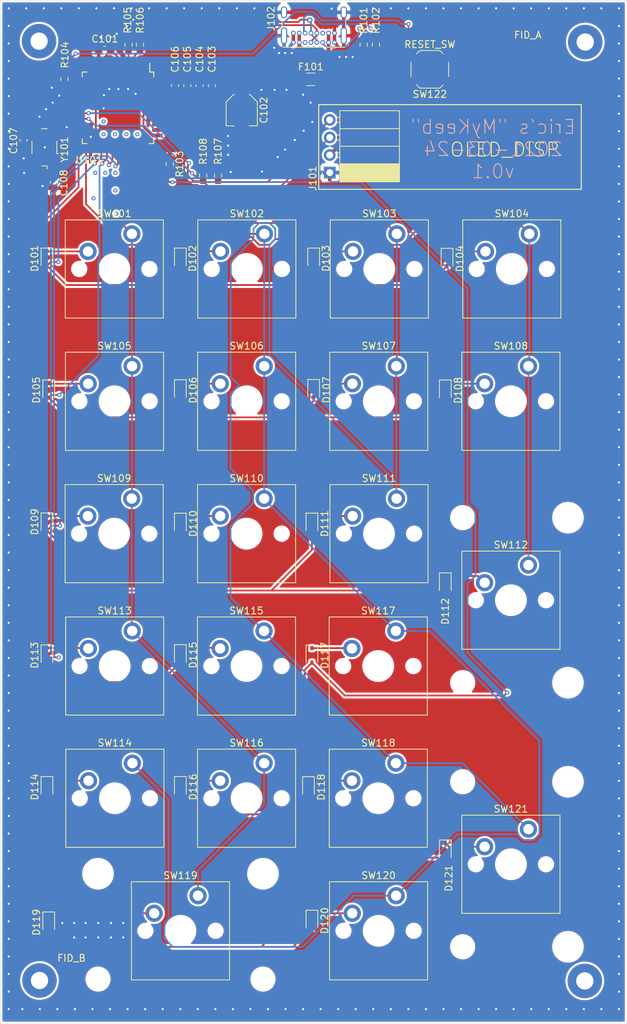
<source format=kicad_pcb>
(kicad_pcb (version 20171130) (host pcbnew "(5.1.9)-1")
  (layers (0 F.Cu signal hide) (31 B.Cu signal hide) (34 B.Paste user hide) (35 F.Paste user hide) (36 B.SilkS user) (37 F.SilkS user hide) (38 B.Mask user) (39 F.Mask user) (44 Edge.Cuts user))
  (net 0 "")
  (net 1 "Net-(D101-Pad1)")
  (net 2 "Net-(U101-Pad1)")
  (net 3 VCC)
  (net 4 GND)
  (net 5 UCAP)
  (net 6 "Net-(U101-Pad8)")
  (net 7 "Net-(U101-Pad9)")
  (net 8 "Net-(U101-Pad10)")
  (net 9 "Net-(U101-Pad11)")
  (net 10 "Net-(U101-Pad12)")
  (net 11 "Net-(U101-Pad20)")
  (net 12 "Net-(U101-Pad36)")
  (net 13 "Net-(U101-Pad37)")
  (net 14 "Net-(U101-Pad38)")
  (net 15 "Net-(U101-Pad39)")
  (net 16 "Net-(U101-Pad40)")
  (net 17 "Net-(U101-Pad41)")
  (net 18 "Net-(U101-Pad42)")
  (net 19 "Net-(F101-Pad2)")
  (net 20 USB_D+)
  (net 21 USB_D-)
  (net 22 "Net-(D102-Pad1)")
  (net 23 "Net-(D103-Pad1)")
  (net 24 "Net-(D104-Pad1)")
  (net 25 "Net-(D105-Pad1)")
  (net 26 "Net-(D106-Pad1)")
  (net 27 ROW_0)
  (net 28 ROW_1)
  (net 29 ROW_2)
  (net 30 "Net-(D107-Pad1)")
  (net 31 "Net-(D108-Pad1)")
  (net 32 "Net-(D109-Pad1)")
  (net 33 ROW_3)
  (net 34 "Net-(D110-Pad1)")
  (net 35 "Net-(D111-Pad1)")
  (net 36 "Net-(D112-Pad1)")
  (net 37 "Net-(R103-Pad2)")
  (net 38 "Net-(R105-Pad1)")
  (net 39 COL_0)
  (net 40 COL_1)
  (net 41 COL_2)
  (net 42 I2C_SCL)
  (net 43 I2C_SDA)
  (net 44 "Net-(J102-PadB5)")
  (net 45 "Net-(J102-PadB8)")
  (net 46 "Net-(J102-PadA8)")
  (net 47 "Net-(J102-PadA5)")
  (net 48 "Net-(C107-Pad1)")
  (net 49 "Net-(C108-Pad1)")
  (net 50 "Net-(D113-Pad1)")
  (net 51 "Net-(D114-Pad1)")
  (net 52 "Net-(D115-Pad1)")
  (net 53 ROW_4)
  (net 54 "Net-(D116-Pad1)")
  (net 55 "Net-(D117-Pad1)")
  (net 56 "Net-(D118-Pad1)")
  (net 57 ROW_5)
  (net 58 "Net-(D119-Pad1)")
  (net 59 "Net-(D120-Pad1)")
  (net 60 "Net-(D121-Pad1)")
  (net 61 "Net-(R104-Pad2)")
  (net 62 "Net-(R106-Pad1)")
  (net 63 COL_3)
  (module Fiducial:Fiducial_0.5mm_Mask1.5mm (layer F.Cu) (at 61.468 180.6575)
    (fp_text reference FID_B (at 0 -1.7145) (layer F.SilkS))
    (fp_text value Fiducial_0.5mm_Mask1.5mm)
    (pad "" smd circle (at 0 0) (size 0.5 0.5) (layers F.Cu F.Mask) (clearance 0.5))
  )
  (module Fiducial:Fiducial_0.5mm_Mask1.5mm (layer F.Cu) (at 127.508 47.117)
    (fp_text reference FID_A (at 0 -1.7145) (layer F.SilkS))
    (fp_text value Fiducial_0.5mm_Mask1.5mm)
    (pad "" smd circle (at 0 0) (size 0.5 0.5) (layers F.Cu F.Mask) (clearance 0.5))
  )
  (module MountingHole:MountingHole_2.5mm_Pad (layer F.Cu) (at 135.763 182.245)
    (fp_text reference REF**)
    (fp_text value MountingHole_2.5mm_Pad)
    (pad 1 thru_hole circle (at 0 0) (size 5 5) (drill 2.5) (layers *.Cu *.Mask))
  )
  (module MountingHole:MountingHole_2.5mm_Pad (layer F.Cu) (at 56.8325 182.1815)
    (fp_text reference REF**)
    (fp_text value MountingHole_2.5mm_Pad)
    (pad 1 thru_hole circle (at 0 0) (size 5 5) (drill 2.5) (layers *.Cu *.Mask))
  )
  (module MountingHole:MountingHole_2.5mm_Pad (layer F.Cu) (at 56.769 46.2915)
    (fp_text reference REF**)
    (fp_text value MountingHole_2.5mm_Pad)
    (pad 1 thru_hole circle (at 0 0) (size 5 5) (drill 2.5) (layers *.Cu *.Mask))
  )
  (module MountingHole:MountingHole_2.5mm_Pad (layer F.Cu) (at 135.8265 46.4185)
    (fp_text reference REF**)
    (fp_text value MountingHole_2.5mm_Pad)
    (pad 1 thru_hole circle (at 0 0) (size 5 5) (drill 2.5) (layers *.Cu *.Mask))
  )
  (module Connector_USB:USB_C_Receptacle_GCT_USB4085 (layer F.Cu) (at 99.527372 46.478767 180)
    (fp_text reference J102 (at 9.173491 3.444802 90) (layer F.SilkS))
    (fp_text value USB_C_Receptacle_USB2.0)
    (pad S1 thru_hole oval (at 7.3 4.36 180) (size 0.9 1.7) (drill oval 0.6 1.4) (layers *.Cu *.Mask) (net 4 GND))
    (pad S1 thru_hole oval (at -1.35 4.36 180) (size 0.9 1.7) (drill oval 0.6 1.4) (layers *.Cu *.Mask) (net 4 GND))
    (pad S1 thru_hole oval (at 7.3 0.98 180) (size 0.9 2.4) (drill oval 0.6 2.1) (layers *.Cu *.Mask) (net 4 GND))
    (pad S1 thru_hole oval (at -1.35 0.98 180) (size 0.9 2.4) (drill oval 0.6 2.1) (layers *.Cu *.Mask) (net 4 GND))
    (pad B6 thru_hole circle (at 3.4 1.35 180) (size 0.7 0.7) (drill 0.4) (layers *.Cu *.Mask) (net 20 USB_D+))
    (pad B1 thru_hole circle (at 5.95 1.35 180) (size 0.7 0.7) (drill 0.4) (layers *.Cu *.Mask) (net 4 GND))
    (pad B4 thru_hole circle (at 5.1 1.35 180) (size 0.7 0.7) (drill 0.4) (layers *.Cu *.Mask) (net 19 "Net-(F101-Pad2)"))
    (pad B5 thru_hole circle (at 4.25 1.35 180) (size 0.7 0.7) (drill 0.4) (layers *.Cu *.Mask) (net 44 "Net-(J102-PadB5)"))
    (pad B12 thru_hole circle (at 0 1.35 180) (size 0.7 0.7) (drill 0.4) (layers *.Cu *.Mask) (net 4 GND))
    (pad B8 thru_hole circle (at 1.7 1.35 180) (size 0.7 0.7) (drill 0.4) (layers *.Cu *.Mask) (net 45 "Net-(J102-PadB8)"))
    (pad B7 thru_hole circle (at 2.55 1.35 180) (size 0.7 0.7) (drill 0.4) (layers *.Cu *.Mask) (net 21 USB_D-))
    (pad B9 thru_hole circle (at 0.85 1.35 180) (size 0.7 0.7) (drill 0.4) (layers *.Cu *.Mask) (net 19 "Net-(F101-Pad2)"))
    (pad A12 thru_hole circle (at 5.95 0 180) (size 0.7 0.7) (drill 0.4) (layers *.Cu *.Mask) (net 4 GND))
    (pad A9 thru_hole circle (at 5.1 0 180) (size 0.7 0.7) (drill 0.4) (layers *.Cu *.Mask) (net 19 "Net-(F101-Pad2)"))
    (pad A8 thru_hole circle (at 4.25 0 180) (size 0.7 0.7) (drill 0.4) (layers *.Cu *.Mask) (net 46 "Net-(J102-PadA8)"))
    (pad A7 thru_hole circle (at 3.4 0 180) (size 0.7 0.7) (drill 0.4) (layers *.Cu *.Mask) (net 21 USB_D-))
    (pad A6 thru_hole circle (at 2.55 0 180) (size 0.7 0.7) (drill 0.4) (layers *.Cu *.Mask) (net 20 USB_D+))
    (pad A5 thru_hole circle (at 1.7 0 180) (size 0.7 0.7) (drill 0.4) (layers *.Cu *.Mask) (net 47 "Net-(J102-PadA5)"))
    (pad A4 thru_hole circle (at 0.85 0 180) (size 0.7 0.7) (drill 0.4) (layers *.Cu *.Mask) (net 19 "Net-(F101-Pad2)"))
    (pad A1 thru_hole circle (at 0 0 180) (size 0.7 0.7) (drill 0.4) (layers *.Cu *.Mask) (net 4 GND))
  )
  (module Resistor_SMD:R_0603_1608Metric (layer F.Cu) (at 69.723 46.8 90)
    (fp_text reference R105 (at 3.5428 -0.11938 90) (layer F.SilkS))
    (fp_text value 22)
    (pad 2 smd roundrect (at 0.825 0 90) (size 0.8 0.95) (layers F.Cu F.Paste F.Mask) (net 20 USB_D+))
    (pad 1 smd roundrect (at -0.825 0 90) (size 0.8 0.95) (layers F.Cu F.Paste F.Mask) (net 38 "Net-(R105-Pad1)"))
  )
  (module Switch_Keyboard_Cherry_MX:SW_Cherry_MX_PCB_2.00u_Rotated (layer F.Cu) (at 125.0696 127.1664)
    (fp_text reference SW112 (at 0 -8) (layer F.SilkS))
    (fp_text value R2_C3_KPPLUS)
    (pad "" np_thru_hole circle (at 5.08 0) (size 1.75 1.75) (drill 1.75) (layers *.Cu *.Mask))
    (pad "" np_thru_hole circle (at -5.08 0) (size 1.75 1.75) (drill 1.75) (layers *.Cu *.Mask))
    (pad "" np_thru_hole circle (at 0 0) (size 4 4) (drill 4) (layers *.Cu *.Mask))
    (pad 2 thru_hole circle (at 2.54 -5.08) (size 2.5 2.5) (drill 1.5) (layers *.Cu B.Mask) (net 63 COL_3))
    (pad 1 thru_hole circle (at -3.81 -2.54) (size 2.5 2.5) (drill 1.5) (layers *.Cu B.Mask) (net 36 "Net-(D112-Pad1)"))
  )
  (module Mounting_Keyboard_Stabilizer:Stabilizer_Cherry_MX_2u (layer F.Cu) (at 125.0696 127.1664 90)
    (fp_text reference REF** hide)
    (fp_text value Stabilizer_Cherry_MX_2u)
    (pad ~ np_thru_hole circle (at -11.938 8.255 90) (size 3.9878 3.9878) (drill 3.9878) (layers *.Cu *.Mask))
    (pad ~ np_thru_hole circle (at 11.938 8.255 90) (size 3.9878 3.9878) (drill 3.9878) (layers *.Cu *.Mask))
    (pad ~ np_thru_hole circle (at -11.938 -6.985 90) (size 3.048 3.048) (drill 3.048) (layers *.Cu *.Mask))
    (pad ~ np_thru_hole circle (at 11.938 -6.985 90) (size 3.048 3.048) (drill 3.048) (layers *.Cu *.Mask))
  )
  (module Mounting_Keyboard_Stabilizer:Stabilizer_Cherry_MX_2u (layer F.Cu) (at 125.0696 165.368 90)
    (fp_text reference REF** hide)
    (fp_text value Stabilizer_Cherry_MX_2u)
    (pad ~ np_thru_hole circle (at 11.938 -6.985 90) (size 3.048 3.048) (drill 3.048) (layers *.Cu *.Mask))
    (pad ~ np_thru_hole circle (at -11.938 -6.985 90) (size 3.048 3.048) (drill 3.048) (layers *.Cu *.Mask))
    (pad ~ np_thru_hole circle (at 11.938 8.255 90) (size 3.9878 3.9878) (drill 3.9878) (layers *.Cu *.Mask))
    (pad ~ np_thru_hole circle (at -11.938 8.255 90) (size 3.9878 3.9878) (drill 3.9878) (layers *.Cu *.Mask))
  )
  (module Mounting_Keyboard_Stabilizer:Stabilizer_Cherry_MX_2u (layer F.Cu) (at 77.2414 174.9946 180)
    (fp_text reference REF** hide)
    (fp_text value Stabilizer_Cherry_MX_2u)
    (pad ~ np_thru_hole circle (at 11.938 -6.985 180) (size 3.048 3.048) (drill 3.048) (layers *.Cu *.Mask))
    (pad ~ np_thru_hole circle (at -11.938 -6.985 180) (size 3.048 3.048) (drill 3.048) (layers *.Cu *.Mask))
    (pad ~ np_thru_hole circle (at 11.938 8.255 180) (size 3.9878 3.9878) (drill 3.9878) (layers *.Cu *.Mask))
    (pad ~ np_thru_hole circle (at -11.938 8.255 180) (size 3.9878 3.9878) (drill 3.9878) (layers *.Cu *.Mask))
  )
  (module Switch_Keyboard_Cherry_MX:SW_Cherry_MX_PCB_2.00u_Rotated (layer F.Cu) (at 125.0696 165.368)
    (fp_text reference SW121 (at 0 -8) (layer F.SilkS))
    (fp_text value R5_C0_ENTER)
    (pad "" np_thru_hole circle (at 5.08 0) (size 1.75 1.75) (drill 1.75) (layers *.Cu *.Mask))
    (pad "" np_thru_hole circle (at -5.08 0) (size 1.75 1.75) (drill 1.75) (layers *.Cu *.Mask))
    (pad "" np_thru_hole circle (at 0 0) (size 4 4) (drill 4) (layers *.Cu *.Mask))
    (pad 2 thru_hole circle (at 2.54 -5.08) (size 2.5 2.5) (drill 1.5) (layers *.Cu B.Mask) (net 41 COL_2))
    (pad 1 thru_hole circle (at -3.81 -2.54) (size 2.5 2.5) (drill 1.5) (layers *.Cu B.Mask) (net 60 "Net-(D121-Pad1)"))
  )
  (module Switch_Keyboard_Cherry_MX:SW_Cherry_MX_PCB_1.00u (layer F.Cu) (at 105.918 174.9946)
    (fp_text reference SW120 (at 0 -8) (layer F.SilkS))
    (fp_text value R5_C0_PERIOD)
    (pad "" np_thru_hole circle (at 5.08 0) (size 1.75 1.75) (drill 1.75) (layers *.Cu *.Mask))
    (pad "" np_thru_hole circle (at -5.08 0) (size 1.75 1.75) (drill 1.75) (layers *.Cu *.Mask))
    (pad "" np_thru_hole circle (at 0 0) (size 4 4) (drill 4) (layers *.Cu *.Mask))
    (pad 2 thru_hole circle (at 2.54 -5.08) (size 2.5 2.5) (drill 1.5) (layers *.Cu B.Mask) (net 40 COL_1))
    (pad 1 thru_hole circle (at -3.81 -2.54) (size 2.5 2.5) (drill 1.5) (layers *.Cu B.Mask) (net 59 "Net-(D120-Pad1)"))
  )
  (module Switch_Keyboard_Cherry_MX:SW_Cherry_MX_PCB_2.00u (layer F.Cu) (at 77.2414 174.9946)
    (fp_text reference SW119 (at 0 -8) (layer F.SilkS))
    (fp_text value R5_C0_KP0)
    (pad "" np_thru_hole circle (at 5.08 0) (size 1.75 1.75) (drill 1.75) (layers *.Cu *.Mask))
    (pad "" np_thru_hole circle (at -5.08 0) (size 1.75 1.75) (drill 1.75) (layers *.Cu *.Mask))
    (pad "" np_thru_hole circle (at 0 0) (size 4 4) (drill 4) (layers *.Cu *.Mask))
    (pad 2 thru_hole circle (at 2.54 -5.08) (size 2.5 2.5) (drill 1.5) (layers *.Cu B.Mask) (net 39 COL_0))
    (pad 1 thru_hole circle (at -3.81 -2.54) (size 2.5 2.5) (drill 1.5) (layers *.Cu B.Mask) (net 58 "Net-(D119-Pad1)"))
  )
  (module Switch_Keyboard_Cherry_MX:SW_Cherry_MX_PCB_1.00u (layer F.Cu) (at 105.872 155.8176)
    (fp_text reference SW118 (at 0 -8) (layer F.SilkS))
    (fp_text value R4_C2_KP3)
    (pad "" np_thru_hole circle (at 5.08 0) (size 1.75 1.75) (drill 1.75) (layers *.Cu *.Mask))
    (pad "" np_thru_hole circle (at -5.08 0) (size 1.75 1.75) (drill 1.75) (layers *.Cu *.Mask))
    (pad "" np_thru_hole circle (at 0 0) (size 4 4) (drill 4) (layers *.Cu *.Mask))
    (pad 2 thru_hole circle (at 2.54 -5.08) (size 2.5 2.5) (drill 1.5) (layers *.Cu B.Mask) (net 41 COL_2))
    (pad 1 thru_hole circle (at -3.81 -2.54) (size 2.5 2.5) (drill 1.5) (layers *.Cu B.Mask) (net 56 "Net-(D118-Pad1)"))
  )
  (module Switch_Keyboard_Cherry_MX:SW_Cherry_MX_PCB_1.00u (layer F.Cu) (at 105.8672 136.6914)
    (fp_text reference SW117 (at 0 -8) (layer F.SilkS))
    (fp_text value R4_C1_KP2)
    (pad "" np_thru_hole circle (at 5.08 0) (size 1.75 1.75) (drill 1.75) (layers *.Cu *.Mask))
    (pad "" np_thru_hole circle (at -5.08 0) (size 1.75 1.75) (drill 1.75) (layers *.Cu *.Mask))
    (pad "" np_thru_hole circle (at 0 0) (size 4 4) (drill 4) (layers *.Cu *.Mask))
    (pad 2 thru_hole circle (at 2.54 -5.08) (size 2.5 2.5) (drill 1.5) (layers *.Cu B.Mask) (net 40 COL_1))
    (pad 1 thru_hole circle (at -3.81 -2.54) (size 2.5 2.5) (drill 1.5) (layers *.Cu B.Mask) (net 55 "Net-(D117-Pad1)"))
  )
  (module Switch_Keyboard_Cherry_MX:SW_Cherry_MX_PCB_1.00u (layer F.Cu) (at 86.8069 155.8176)
    (fp_text reference SW116 (at 0 -8) (layer F.SilkS))
    (fp_text value R4_C0_KP1)
    (pad "" np_thru_hole circle (at 5.08 0) (size 1.75 1.75) (drill 1.75) (layers *.Cu *.Mask))
    (pad "" np_thru_hole circle (at -5.08 0) (size 1.75 1.75) (drill 1.75) (layers *.Cu *.Mask))
    (pad "" np_thru_hole circle (at 0 0) (size 4 4) (drill 4) (layers *.Cu *.Mask))
    (pad 2 thru_hole circle (at 2.54 -5.08) (size 2.5 2.5) (drill 1.5) (layers *.Cu B.Mask) (net 39 COL_0))
    (pad 1 thru_hole circle (at -3.81 -2.54) (size 2.5 2.5) (drill 1.5) (layers *.Cu B.Mask) (net 54 "Net-(D116-Pad1)"))
  )
  (module Switch_Keyboard_Cherry_MX:SW_Cherry_MX_PCB_1.00u (layer F.Cu) (at 86.7918 136.6914)
    (fp_text reference SW115 (at 0 -8) (layer F.SilkS))
    (fp_text value R3_C2_KP6)
    (pad "" np_thru_hole circle (at 5.08 0) (size 1.75 1.75) (drill 1.75) (layers *.Cu *.Mask))
    (pad "" np_thru_hole circle (at -5.08 0) (size 1.75 1.75) (drill 1.75) (layers *.Cu *.Mask))
    (pad "" np_thru_hole circle (at 0 0) (size 4 4) (drill 4) (layers *.Cu *.Mask))
    (pad 2 thru_hole circle (at 2.54 -5.08) (size 2.5 2.5) (drill 1.5) (layers *.Cu B.Mask) (net 41 COL_2))
    (pad 1 thru_hole circle (at -3.81 -2.54) (size 2.5 2.5) (drill 1.5) (layers *.Cu B.Mask) (net 52 "Net-(D115-Pad1)"))
  )
  (module Switch_Keyboard_Cherry_MX:SW_Cherry_MX_PCB_1.00u (layer F.Cu) (at 67.7418 155.8176)
    (fp_text reference SW114 (at 0 -8) (layer F.SilkS))
    (fp_text value R3_C1_KP5)
    (pad "" np_thru_hole circle (at 5.08 0) (size 1.75 1.75) (drill 1.75) (layers *.Cu *.Mask))
    (pad "" np_thru_hole circle (at -5.08 0) (size 1.75 1.75) (drill 1.75) (layers *.Cu *.Mask))
    (pad "" np_thru_hole circle (at 0 0) (size 4 4) (drill 4) (layers *.Cu *.Mask))
    (pad 2 thru_hole circle (at 2.54 -5.08) (size 2.5 2.5) (drill 1.5) (layers *.Cu B.Mask) (net 40 COL_1))
    (pad 1 thru_hole circle (at -3.81 -2.54) (size 2.5 2.5) (drill 1.5) (layers *.Cu B.Mask) (net 51 "Net-(D114-Pad1)"))
  )
  (module Switch_Keyboard_Cherry_MX:SW_Cherry_MX_PCB_1.00u (layer F.Cu) (at 67.7164 136.6914)
    (fp_text reference SW113 (at 0 -8) (layer F.SilkS))
    (fp_text value R3_C0_KP4)
    (pad "" np_thru_hole circle (at 5.08 0) (size 1.75 1.75) (drill 1.75) (layers *.Cu *.Mask))
    (pad "" np_thru_hole circle (at -5.08 0) (size 1.75 1.75) (drill 1.75) (layers *.Cu *.Mask))
    (pad "" np_thru_hole circle (at 0 0) (size 4 4) (drill 4) (layers *.Cu *.Mask))
    (pad 2 thru_hole circle (at 2.54 -5.08) (size 2.5 2.5) (drill 1.5) (layers *.Cu B.Mask) (net 39 COL_0))
    (pad 1 thru_hole circle (at -3.81 -2.54) (size 2.5 2.5) (drill 1.5) (layers *.Cu B.Mask) (net 50 "Net-(D113-Pad1)"))
  )
  (module Switch_Keyboard_Cherry_MX:SW_Cherry_MX_PCB_1.00u (layer F.Cu) (at 105.9736 117.5398)
    (fp_text reference SW111 (at 0 -8) (layer F.SilkS))
    (fp_text value R2_C2_KP9)
    (pad "" np_thru_hole circle (at 5.08 0) (size 1.75 1.75) (drill 1.75) (layers *.Cu *.Mask))
    (pad "" np_thru_hole circle (at -5.08 0) (size 1.75 1.75) (drill 1.75) (layers *.Cu *.Mask))
    (pad "" np_thru_hole circle (at 0 0) (size 4 4) (drill 4) (layers *.Cu *.Mask))
    (pad 2 thru_hole circle (at 2.54 -5.08) (size 2.5 2.5) (drill 1.5) (layers *.Cu B.Mask) (net 41 COL_2))
    (pad 1 thru_hole circle (at -3.81 -2.54) (size 2.5 2.5) (drill 1.5) (layers *.Cu B.Mask) (net 35 "Net-(D111-Pad1)"))
  )
  (module Switch_Keyboard_Cherry_MX:SW_Cherry_MX_PCB_1.00u (layer F.Cu) (at 86.8069 117.5398)
    (fp_text reference SW110 (at 0 -8) (layer F.SilkS))
    (fp_text value R2_C1_KP8)
    (pad "" np_thru_hole circle (at 5.08 0) (size 1.75 1.75) (drill 1.75) (layers *.Cu *.Mask))
    (pad "" np_thru_hole circle (at -5.08 0) (size 1.75 1.75) (drill 1.75) (layers *.Cu *.Mask))
    (pad "" np_thru_hole circle (at 0 0) (size 4 4) (drill 4) (layers *.Cu *.Mask))
    (pad 2 thru_hole circle (at 2.54 -5.08) (size 2.5 2.5) (drill 1.5) (layers *.Cu B.Mask) (net 40 COL_1))
    (pad 1 thru_hole circle (at -3.81 -2.54) (size 2.5 2.5) (drill 1.5) (layers *.Cu B.Mask) (net 34 "Net-(D110-Pad1)"))
  )
  (module Switch_Keyboard_Cherry_MX:SW_Cherry_MX_PCB_1.00u (layer F.Cu) (at 67.6402 117.5398)
    (fp_text reference SW109 (at 0 -8) (layer F.SilkS))
    (fp_text value R2_C0_KP7)
    (pad "" np_thru_hole circle (at 5.08 0) (size 1.75 1.75) (drill 1.75) (layers *.Cu *.Mask))
    (pad "" np_thru_hole circle (at -5.08 0) (size 1.75 1.75) (drill 1.75) (layers *.Cu *.Mask))
    (pad "" np_thru_hole circle (at 0 0) (size 4 4) (drill 4) (layers *.Cu *.Mask))
    (pad 2 thru_hole circle (at 2.54 -5.08) (size 2.5 2.5) (drill 1.5) (layers *.Cu B.Mask) (net 39 COL_0))
    (pad 1 thru_hole circle (at -3.81 -2.54) (size 2.5 2.5) (drill 1.5) (layers *.Cu B.Mask) (net 32 "Net-(D109-Pad1)"))
  )
  (module Switch_Keyboard_Cherry_MX:SW_Cherry_MX_PCB_1.00u (layer F.Cu) (at 125.0696 98.3882)
    (fp_text reference SW108 (at 0 -8) (layer F.SilkS))
    (fp_text value R1_C0_KPMINUS)
    (pad "" np_thru_hole circle (at 5.08 0) (size 1.75 1.75) (drill 1.75) (layers *.Cu *.Mask))
    (pad "" np_thru_hole circle (at -5.08 0) (size 1.75 1.75) (drill 1.75) (layers *.Cu *.Mask))
    (pad "" np_thru_hole circle (at 0 0) (size 4 4) (drill 4) (layers *.Cu *.Mask))
    (pad 2 thru_hole circle (at 2.54 -5.08) (size 2.5 2.5) (drill 1.5) (layers *.Cu B.Mask) (net 63 COL_3))
    (pad 1 thru_hole circle (at -3.81 -2.54) (size 2.5 2.5) (drill 1.5) (layers *.Cu B.Mask) (net 31 "Net-(D108-Pad1)"))
  )
  (module Switch_Keyboard_Cherry_MX:SW_Cherry_MX_PCB_1.00u (layer F.Cu) (at 105.9434 98.3882)
    (fp_text reference SW107 (at 0 -8) (layer F.SilkS))
    (fp_text value R1_C2_KPASTRK)
    (pad "" np_thru_hole circle (at 5.08 0) (size 1.75 1.75) (drill 1.75) (layers *.Cu *.Mask))
    (pad "" np_thru_hole circle (at -5.08 0) (size 1.75 1.75) (drill 1.75) (layers *.Cu *.Mask))
    (pad "" np_thru_hole circle (at 0 0) (size 4 4) (drill 4) (layers *.Cu *.Mask))
    (pad 2 thru_hole circle (at 2.54 -5.08) (size 2.5 2.5) (drill 1.5) (layers *.Cu B.Mask) (net 41 COL_2))
    (pad 1 thru_hole circle (at -3.81 -2.54) (size 2.5 2.5) (drill 1.5) (layers *.Cu B.Mask) (net 30 "Net-(D107-Pad1)"))
  )
  (module Switch_Keyboard_Cherry_MX:SW_Cherry_MX_PCB_1.00u (layer F.Cu) (at 86.8172 98.3882)
    (fp_text reference SW106 (at 0 -8) (layer F.SilkS))
    (fp_text value R1_C1_KPSLASH)
    (pad "" np_thru_hole circle (at 5.08 0) (size 1.75 1.75) (drill 1.75) (layers *.Cu *.Mask))
    (pad "" np_thru_hole circle (at -5.08 0) (size 1.75 1.75) (drill 1.75) (layers *.Cu *.Mask))
    (pad "" np_thru_hole circle (at 0 0) (size 4 4) (drill 4) (layers *.Cu *.Mask))
    (pad 2 thru_hole circle (at 2.54 -5.08) (size 2.5 2.5) (drill 1.5) (layers *.Cu B.Mask) (net 40 COL_1))
    (pad 1 thru_hole circle (at -3.81 -2.54) (size 2.5 2.5) (drill 1.5) (layers *.Cu B.Mask) (net 26 "Net-(D106-Pad1)"))
  )
  (module Switch_Keyboard_Cherry_MX:SW_Cherry_MX_PCB_1.00u (layer F.Cu) (at 67.691 98.3882)
    (fp_text reference SW105 (at 0 -8) (layer F.SilkS))
    (fp_text value R1_C0_KPNLCK)
    (pad "" np_thru_hole circle (at 5.08 0) (size 1.75 1.75) (drill 1.75) (layers *.Cu *.Mask))
    (pad "" np_thru_hole circle (at -5.08 0) (size 1.75 1.75) (drill 1.75) (layers *.Cu *.Mask))
    (pad "" np_thru_hole circle (at 0 0) (size 4 4) (drill 4) (layers *.Cu *.Mask))
    (pad 2 thru_hole circle (at 2.54 -5.08) (size 2.5 2.5) (drill 1.5) (layers *.Cu B.Mask) (net 39 COL_0))
    (pad 1 thru_hole circle (at -3.81 -2.54) (size 2.5 2.5) (drill 1.5) (layers *.Cu B.Mask) (net 25 "Net-(D105-Pad1)"))
  )
  (module Switch_Keyboard_Cherry_MX:SW_Cherry_MX_PCB_1.00u (layer F.Cu) (at 125.1966 79.248)
    (fp_text reference SW104 (at 0 -8) (layer F.SilkS))
    (fp_text value R0_C0_KPFN)
    (pad "" np_thru_hole circle (at 5.08 0) (size 1.75 1.75) (drill 1.75) (layers *.Cu *.Mask))
    (pad "" np_thru_hole circle (at -5.08 0) (size 1.75 1.75) (drill 1.75) (layers *.Cu *.Mask))
    (pad "" np_thru_hole circle (at 0 0) (size 4 4) (drill 4) (layers *.Cu *.Mask))
    (pad 2 thru_hole circle (at 2.54 -5.08) (size 2.5 2.5) (drill 1.5) (layers *.Cu B.Mask) (net 63 COL_3))
    (pad 1 thru_hole circle (at -3.81 -2.54) (size 2.5 2.5) (drill 1.5) (layers *.Cu B.Mask) (net 24 "Net-(D104-Pad1)"))
  )
  (module Switch_Keyboard_Cherry_MX:SW_Cherry_MX_PCB_1.00u (layer F.Cu) (at 106.0196 79.248)
    (fp_text reference SW103 (at 0 -8) (layer F.SilkS))
    (fp_text value R0_C2_DEL)
    (pad "" np_thru_hole circle (at 5.08 0) (size 1.75 1.75) (drill 1.75) (layers *.Cu *.Mask))
    (pad "" np_thru_hole circle (at -5.08 0) (size 1.75 1.75) (drill 1.75) (layers *.Cu *.Mask))
    (pad "" np_thru_hole circle (at 0 0) (size 4 4) (drill 4) (layers *.Cu *.Mask))
    (pad 2 thru_hole circle (at 2.54 -5.08) (size 2.5 2.5) (drill 1.5) (layers *.Cu B.Mask) (net 41 COL_2))
    (pad 1 thru_hole circle (at -3.81 -2.54) (size 2.5 2.5) (drill 1.5) (layers *.Cu B.Mask) (net 23 "Net-(D103-Pad1)"))
  )
  (module Switch_Keyboard_Cherry_MX:SW_Cherry_MX_PCB_1.00u (layer F.Cu) (at 86.8426 79.248)
    (fp_text reference SW102 (at 0 -8) (layer F.SilkS))
    (fp_text value R0_C1_TAB)
    (pad "" np_thru_hole circle (at 5.08 0) (size 1.75 1.75) (drill 1.75) (layers *.Cu *.Mask))
    (pad "" np_thru_hole circle (at -5.08 0) (size 1.75 1.75) (drill 1.75) (layers *.Cu *.Mask))
    (pad "" np_thru_hole circle (at 0 0) (size 4 4) (drill 4) (layers *.Cu *.Mask))
    (pad 2 thru_hole circle (at 2.54 -5.08) (size 2.5 2.5) (drill 1.5) (layers *.Cu B.Mask) (net 40 COL_1))
    (pad 1 thru_hole circle (at -3.81 -2.54) (size 2.5 2.5) (drill 1.5) (layers *.Cu B.Mask) (net 22 "Net-(D102-Pad1)"))
  )
  (module Switch_Keyboard_Cherry_MX:SW_Cherry_MX_PCB_1.00u (layer F.Cu) (at 67.6656 79.248)
    (fp_text reference SW101 (at 0 -8) (layer F.SilkS))
    (fp_text value R0_C0_ESC)
    (pad "" np_thru_hole circle (at 5.08 0) (size 1.75 1.75) (drill 1.75) (layers *.Cu *.Mask))
    (pad "" np_thru_hole circle (at -5.08 0) (size 1.75 1.75) (drill 1.75) (layers *.Cu *.Mask))
    (pad "" np_thru_hole circle (at 0 0) (size 4 4) (drill 4) (layers *.Cu *.Mask))
    (pad 2 thru_hole circle (at 2.54 -5.08) (size 2.5 2.5) (drill 1.5) (layers *.Cu B.Mask) (net 39 COL_0))
    (pad 1 thru_hole circle (at -3.81 -2.54) (size 2.5 2.5) (drill 1.5) (layers *.Cu B.Mask) (net 1 "Net-(D101-Pad1)"))
  )
  (module Diode_SMD:D_SOD-323 (layer F.Cu) (at 115.57 163.356 270)
    (fp_text reference D121 (at 4.03 -0.508 90) (layer F.SilkS))
    (fp_text value 1N4148WS)
    (pad 2 smd rect (at 1.05 0 270) (size 0.6 0.45) (layers F.Cu F.Paste F.Mask) (net 57 ROW_5))
    (pad 1 smd rect (at -1.05 0 270) (size 0.6 0.45) (layers F.Cu F.Paste F.Mask) (net 60 "Net-(D121-Pad1)"))
  )
  (module Diode_SMD:D_SOD-323 (layer F.Cu) (at 96.266 173.516 270)
    (fp_text reference D120 (at 0 -1.85 90) (layer F.SilkS))
    (fp_text value 1N4148WS)
    (pad 2 smd rect (at 1.05 0 270) (size 0.6 0.45) (layers F.Cu F.Paste F.Mask) (net 57 ROW_5))
    (pad 1 smd rect (at -1.05 0 270) (size 0.6 0.45) (layers F.Cu F.Paste F.Mask) (net 59 "Net-(D120-Pad1)"))
  )
  (module Diode_SMD:D_SOD-323 (layer F.Cu) (at 58.166 173.77 270)
    (fp_text reference D119 (at 0 1.778 90) (layer F.SilkS))
    (fp_text value 1N4148WS)
    (pad 2 smd rect (at 1.05 0 270) (size 0.6 0.45) (layers F.Cu F.Paste F.Mask) (net 57 ROW_5))
    (pad 1 smd rect (at -1.05 0 270) (size 0.6 0.45) (layers F.Cu F.Paste F.Mask) (net 58 "Net-(D119-Pad1)"))
  )
  (module Diode_SMD:D_SOD-323 (layer F.Cu) (at 115.57 124.714 270)
    (fp_text reference D112 (at 4.064 0 90) (layer F.SilkS))
    (fp_text value 1N4148WS)
    (pad 2 smd rect (at 1.05 0 270) (size 0.6 0.45) (layers F.Cu F.Paste F.Mask) (net 29 ROW_2))
    (pad 1 smd rect (at -1.05 0 270) (size 0.6 0.45) (layers F.Cu F.Paste F.Mask) (net 36 "Net-(D112-Pad1)"))
  )
  (module Diode_SMD:D_SOD-323 (layer F.Cu) (at 115.57 96.808 270)
    (fp_text reference D108 (at 0 -1.85 90) (layer F.SilkS))
    (fp_text value 1N4148WS)
    (pad 2 smd rect (at 1.05 0 270) (size 0.6 0.45) (layers F.Cu F.Paste F.Mask) (net 28 ROW_1))
    (pad 1 smd rect (at -1.05 0 270) (size 0.6 0.45) (layers F.Cu F.Paste F.Mask) (net 31 "Net-(D108-Pad1)"))
  )
  (module Diode_SMD:D_SOD-323 (layer F.Cu) (at 115.824 77.758 270)
    (fp_text reference D104 (at 0 -1.85 90) (layer F.SilkS))
    (fp_text value 1N4148WS)
    (pad 2 smd rect (at 1.05 0 270) (size 0.6 0.45) (layers F.Cu F.Paste F.Mask) (net 27 ROW_0))
    (pad 1 smd rect (at -1.05 0 270) (size 0.6 0.45) (layers F.Cu F.Paste F.Mask) (net 24 "Net-(D104-Pad1)"))
  )
  (module Diode_SMD:D_SOD-323 (layer F.Cu) (at 96.52 77.724 270)
    (fp_text reference D103 (at 0 -1.778 90) (layer F.SilkS))
    (fp_text value 1N4148WS)
    (pad 2 smd rect (at 1.05 0 270) (size 0.6 0.45) (layers F.Cu F.Paste F.Mask) (net 27 ROW_0))
    (pad 1 smd rect (at -1.05 0 270) (size 0.6 0.45) (layers F.Cu F.Paste F.Mask) (net 23 "Net-(D103-Pad1)"))
  )
  (module Diode_SMD:D_SOD-323 (layer F.Cu) (at 77.216 77.724 270)
    (fp_text reference D102 (at 0 -1.778 90) (layer F.SilkS))
    (fp_text value 1N4148WS)
    (pad 2 smd rect (at 1.05 0 270) (size 0.6 0.45) (layers F.Cu F.Paste F.Mask) (net 27 ROW_0))
    (pad 1 smd rect (at -1.05 0 270) (size 0.6 0.45) (layers F.Cu F.Paste F.Mask) (net 22 "Net-(D102-Pad1)"))
  )
  (module Diode_SMD:D_SOD-323 (layer F.Cu) (at 57.912 77.724 270)
    (fp_text reference D101 (at 0 1.778 90) (layer F.SilkS))
    (fp_text value 1N4148WS)
    (pad 1 smd rect (at -1.05 0 270) (size 0.6 0.45) (layers F.Cu F.Paste F.Mask) (net 1 "Net-(D101-Pad1)"))
    (pad 2 smd rect (at 1.05 0 270) (size 0.6 0.45) (layers F.Cu F.Paste F.Mask) (net 27 ROW_0))
  )
  (module Button_Switch_SMD:SW_SPST_SKQG_WithoutStem (layer F.Cu) (at 113.336 50.364 180)
    (fp_text reference SW122 (at 0 -3.6) (layer F.SilkS))
    (fp_text value RESET_SW (at 0 3.6) (layer F.SilkS))
    (pad 2 smd rect (at 3.1 1.85 180) (size 1.8 1.1) (layers F.Cu F.Paste F.Mask) (net 61 "Net-(R104-Pad2)"))
    (pad 2 smd rect (at -3.1 1.85 180) (size 1.8 1.1) (layers F.Cu F.Paste F.Mask) (net 61 "Net-(R104-Pad2)"))
    (pad 1 smd rect (at 3.1 -1.85 180) (size 1.8 1.1) (layers F.Cu F.Paste F.Mask) (net 4 GND))
    (pad 1 smd rect (at -3.1 -1.85 180) (size 1.8 1.1) (layers F.Cu F.Paste F.Mask) (net 4 GND))
  )
  (module Resistor_SMD:R_0603_1608Metric (layer F.Cu) (at 80.518 65.723 270)
    (fp_text reference R108 (at -3.493 0 90) (layer F.SilkS))
    (fp_text value 18k)
    (pad 2 smd roundrect (at 0.825 0 270) (size 0.8 0.95) (layers F.Cu F.Paste F.Mask) (net 42 I2C_SCL))
    (pad 1 smd roundrect (at -0.825 0 270) (size 0.8 0.95) (layers F.Cu F.Paste F.Mask) (net 3 VCC))
  )
  (module Resistor_SMD:R_0603_1608Metric (layer F.Cu) (at 82.677 65.722 90)
    (fp_text reference R107 (at 3.492 0 90) (layer F.SilkS))
    (fp_text value 18k)
    (pad 2 smd roundrect (at 0.825 0 90) (size 0.8 0.95) (layers F.Cu F.Paste F.Mask) (net 3 VCC))
    (pad 1 smd roundrect (at -0.825 0 90) (size 0.8 0.95) (layers F.Cu F.Paste F.Mask) (net 43 I2C_SDA))
  )
  (module Connector_PinSocket_2.54mm:PinSocket_1x04_P2.54mm_Horizontal (layer F.Cu) (at 98.8441 65.3034 180)
    (fp_text reference J101 (at 2.4511 -0.8636 90) (layer F.SilkS))
    (fp_text value I2C_DISP_CONN)
    (pad 4 thru_hole oval (at 0 7.62 180) (size 1.7 1.7) (drill 1) (layers *.Cu *.Mask) (net 43 I2C_SDA))
    (pad 3 thru_hole oval (at 0 5.08 180) (size 1.7 1.7) (drill 1) (layers *.Cu *.Mask) (net 42 I2C_SCL))
    (pad 2 thru_hole oval (at 0 2.54 180) (size 1.7 1.7) (drill 1) (layers *.Cu *.Mask) (net 3 VCC))
    (pad 1 thru_hole rect (at 0 0 180) (size 1.7 1.7) (drill 1) (layers *.Cu *.Mask) (net 4 GND))
  )
  (module Diode_SMD:D_SOD-323 (layer F.Cu) (at 95.7628 154.2006 270)
    (fp_text reference D118 (at 0 -1.85 90) (layer F.SilkS))
    (fp_text value 1N4148WS)
    (pad 2 smd rect (at 1.05 0 270) (size 0.6 0.45) (layers F.Cu F.Paste F.Mask) (net 53 ROW_4))
    (pad 1 smd rect (at -1.05 0 270) (size 0.6 0.45) (layers F.Cu F.Paste F.Mask) (net 56 "Net-(D118-Pad1)"))
  )
  (module Diode_SMD:D_SOD-323 (layer F.Cu) (at 96.266 135.1506 270)
    (fp_text reference D117 (at 0 -1.85 90) (layer F.SilkS))
    (fp_text value 1N4148WS)
    (pad 2 smd rect (at 1.05 0 270) (size 0.6 0.45) (layers F.Cu F.Paste F.Mask) (net 53 ROW_4))
    (pad 1 smd rect (at -1.05 0 270) (size 0.6 0.45) (layers F.Cu F.Paste F.Mask) (net 55 "Net-(D117-Pad1)"))
  )
  (module Diode_SMD:D_SOD-323 (layer F.Cu) (at 77.216 154.178 270)
    (fp_text reference D116 (at 0 -1.85 90) (layer F.SilkS))
    (fp_text value 1N4148WS)
    (pad 2 smd rect (at 1.05 0 270) (size 0.6 0.45) (layers F.Cu F.Paste F.Mask) (net 53 ROW_4))
    (pad 1 smd rect (at -1.05 0 270) (size 0.6 0.45) (layers F.Cu F.Paste F.Mask) (net 54 "Net-(D116-Pad1)"))
  )
  (module Diode_SMD:D_SOD-323 (layer F.Cu) (at 77.216 135.094 270)
    (fp_text reference D115 (at 0 -1.85 90) (layer F.SilkS))
    (fp_text value 1N4148WS)
    (pad 2 smd rect (at 1.05 0 270) (size 0.6 0.45) (layers F.Cu F.Paste F.Mask) (net 33 ROW_3))
    (pad 1 smd rect (at -1.05 0 270) (size 0.6 0.45) (layers F.Cu F.Paste F.Mask) (net 52 "Net-(D115-Pad1)"))
  )
  (module Diode_SMD:D_SOD-323 (layer F.Cu) (at 57.912 154.178 270)
    (fp_text reference D114 (at 0 1.778 90) (layer F.SilkS))
    (fp_text value 1N4148WS)
    (pad 1 smd rect (at -1.05 0 270) (size 0.6 0.45) (layers F.Cu F.Paste F.Mask) (net 51 "Net-(D114-Pad1)"))
    (pad 2 smd rect (at 1.05 0 270) (size 0.6 0.45) (layers F.Cu F.Paste F.Mask) (net 33 ROW_3))
  )
  (module Diode_SMD:D_SOD-323 (layer F.Cu) (at 57.912 135.128 270)
    (fp_text reference D113 (at 0 1.778 90) (layer F.SilkS))
    (fp_text value 1N4148WS)
    (pad 1 smd rect (at -1.05 0 270) (size 0.6 0.45) (layers F.Cu F.Paste F.Mask) (net 50 "Net-(D113-Pad1)"))
    (pad 2 smd rect (at 1.05 0 270) (size 0.6 0.45) (layers F.Cu F.Paste F.Mask) (net 33 ROW_3))
  )
  (module Diode_SMD:D_SOD-323 (layer F.Cu) (at 96.266 116.078 270)
    (fp_text reference D111 (at 0 -1.85 90) (layer F.SilkS))
    (fp_text value 1N4148WS)
    (pad 2 smd rect (at 1.05 0 270) (size 0.6 0.45) (layers F.Cu F.Paste F.Mask) (net 29 ROW_2))
    (pad 1 smd rect (at -1.05 0 270) (size 0.6 0.45) (layers F.Cu F.Paste F.Mask) (net 35 "Net-(D111-Pad1)"))
  )
  (module Diode_SMD:D_SOD-323 (layer F.Cu) (at 96.52 96.74 270)
    (fp_text reference D107 (at 0 -1.85 90) (layer F.SilkS))
    (fp_text value 1N4148WS)
    (pad 2 smd rect (at 1.05 0 270) (size 0.6 0.45) (layers F.Cu F.Paste F.Mask) (net 28 ROW_1))
    (pad 1 smd rect (at -1.05 0 270) (size 0.6 0.45) (layers F.Cu F.Paste F.Mask) (net 30 "Net-(D107-Pad1)"))
  )
  (module Diode_SMD:D_SOD-323 (layer F.Cu) (at 77.216 116.078 270)
    (fp_text reference D110 (at 0 -1.85 90) (layer F.SilkS))
    (fp_text value 1N4148WS)
    (pad 2 smd rect (at 1.05 0 270) (size 0.6 0.45) (layers F.Cu F.Paste F.Mask) (net 29 ROW_2))
    (pad 1 smd rect (at -1.05 0 270) (size 0.6 0.45) (layers F.Cu F.Paste F.Mask) (net 34 "Net-(D110-Pad1)"))
  )
  (module Diode_SMD:D_SOD-323 (layer F.Cu) (at 77.216 96.774 270)
    (fp_text reference D106 (at 0 -1.85 90) (layer F.SilkS))
    (fp_text value 1N4148WS)
    (pad 2 smd rect (at 1.05 0 270) (size 0.6 0.45) (layers F.Cu F.Paste F.Mask) (net 28 ROW_1))
    (pad 1 smd rect (at -1.05 0 270) (size 0.6 0.45) (layers F.Cu F.Paste F.Mask) (net 26 "Net-(D106-Pad1)"))
  )
  (module Diode_SMD:D_SOD-323 (layer F.Cu) (at 57.912 116.044 270)
    (fp_text reference D109 (at -0.22 1.778 90) (layer F.SilkS))
    (fp_text value 1N4148WS)
    (pad 1 smd rect (at -1.05 0 270) (size 0.6 0.45) (layers F.Cu F.Paste F.Mask) (net 32 "Net-(D109-Pad1)"))
    (pad 2 smd rect (at 1.05 0 270) (size 0.6 0.45) (layers F.Cu F.Paste F.Mask) (net 29 ROW_2))
  )
  (module Crystal:Crystal_SMD_Abracon_ABM3B-4Pin_5.0x3.2mm (layer F.Cu) (at 57.54258 61.6524 90)
    (fp_text reference Y101 (at -0.3236 2.90942 90) (layer F.SilkS))
    (fp_text value Crystal_GND24)
    (pad 4 smd rect (at -2 -1.2 90) (size 1.8 1.2) (layers F.Cu F.Paste F.Mask) (net 4 GND))
    (pad 3 smd rect (at 2 -1.2 90) (size 1.8 1.2) (layers F.Cu F.Paste F.Mask) (net 48 "Net-(C107-Pad1)"))
    (pad 2 smd rect (at 2 1.2 90) (size 1.8 1.2) (layers F.Cu F.Paste F.Mask) (net 4 GND))
    (pad 1 smd rect (at -2 1.2 90) (size 1.8 1.2) (layers F.Cu F.Paste F.Mask) (net 49 "Net-(C108-Pad1)"))
  )
  (module Resistor_SMD:R_0603_1608Metric (layer F.Cu) (at 75.692 64.071 270)
    (fp_text reference R103 (at 0 -1.43 90) (layer F.SilkS))
    (fp_text value 10k)
    (pad 2 smd roundrect (at 0.825 0 270) (size 0.8 0.95) (layers F.Cu F.Paste F.Mask) (net 37 "Net-(R103-Pad2)"))
    (pad 1 smd roundrect (at -0.825 0 270) (size 0.8 0.95) (layers F.Cu F.Paste F.Mask) (net 4 GND))
  )
  (module Resistor_SMD:R_0603_1608Metric (layer F.Cu) (at 105.537 46.8 90)
    (fp_text reference R102 (at 3.493 0 90) (layer F.SilkS))
    (fp_text value 5.1k)
    (pad 2 smd roundrect (at 0.825 0 90) (size 0.8 0.95) (layers F.Cu F.Paste F.Mask) (net 44 "Net-(J102-PadB5)"))
    (pad 1 smd roundrect (at -0.825 0 90) (size 0.8 0.95) (layers F.Cu F.Paste F.Mask) (net 4 GND))
  )
  (module Resistor_SMD:R_0603_1608Metric (layer F.Cu) (at 103.759 46.8 90)
    (fp_text reference R101 (at 3.492 0 90) (layer F.SilkS))
    (fp_text value 5.1k)
    (pad 2 smd roundrect (at 0.825 0 90) (size 0.8 0.95) (layers F.Cu F.Paste F.Mask) (net 47 "Net-(J102-PadA5)"))
    (pad 1 smd roundrect (at -0.825 0 90) (size 0.8 0.95) (layers F.Cu F.Paste F.Mask) (net 4 GND))
  )
  (module Resistor_SMD:R_0603_1608Metric (layer F.Cu) (at 71.374 46.8 90)
    (fp_text reference R106 (at 3.5428 0.00762 90) (layer F.SilkS))
    (fp_text value 22)
    (pad 1 smd roundrect (at -0.825 0 90) (size 0.8 0.95) (layers F.Cu F.Paste F.Mask) (net 62 "Net-(R106-Pad1)"))
    (pad 2 smd roundrect (at 0.825 0 90) (size 0.8 0.95) (layers F.Cu F.Paste F.Mask) (net 21 USB_D-))
  )
  (module Resistor_SMD:R_0603_1608Metric (layer F.Cu) (at 60.452 51.753 270)
    (fp_text reference R104 (at -3.4676 -0.05842 90) (layer F.SilkS))
    (fp_text value 10k)
    (pad 2 smd roundrect (at 0.825 0 270) (size 0.8 0.95) (layers F.Cu F.Paste F.Mask) (net 61 "Net-(R104-Pad2)"))
    (pad 1 smd roundrect (at -0.825 0 270) (size 0.8 0.95) (layers F.Cu F.Paste F.Mask) (net 3 VCC))
  )
  (module Fuse:Fuse_1206_3216Metric_Pad1.42x1.75mm_HandSolder (layer F.Cu) (at 96.1025 51.816)
    (fp_text reference F101 (at 0 -1.82) (layer F.SilkS))
    (fp_text value Polyfuse_Small)
    (pad 2 smd roundrect (at 1.4875 0) (size 1.425 1.75) (layers F.Cu F.Paste F.Mask) (roundrect_rratio 0.1754385964912281) (net 19 "Net-(F101-Pad2)"))
    (pad 1 smd roundrect (at -1.4875 0) (size 1.425 1.75) (layers F.Cu F.Paste F.Mask) (roundrect_rratio 0.1754385964912281) (net 3 VCC))
  )
  (module Diode_SMD:D_SOD-323 (layer F.Cu) (at 58.166 96.808 270)
    (fp_text reference D105 (at -0.034 1.778 90) (layer F.SilkS))
    (fp_text value 1N4148WS)
    (pad 1 smd rect (at -1.05 0 270) (size 0.6 0.45) (layers F.Cu F.Paste F.Mask) (net 25 "Net-(D105-Pad1)"))
    (pad 2 smd rect (at 1.05 0 270) (size 0.6 0.45) (layers F.Cu F.Paste F.Mask) (net 28 ROW_1))
  )
  (module Capacitor_SMD:C_0603_1608Metric_Pad1.08x0.95mm_HandSolder (layer F.Cu) (at 76.454 52.7315 270)
    (fp_text reference C106 (at -3.8365 0 90) (layer F.SilkS))
    (fp_text value 0.1u)
    (pad 2 smd roundrect (at 0.8625 0 270) (size 1.075 0.95) (layers F.Cu F.Paste F.Mask) (net 4 GND))
    (pad 1 smd roundrect (at -0.8625 0 270) (size 1.075 0.95) (layers F.Cu F.Paste F.Mask) (net 3 VCC))
  )
  (module Capacitor_SMD:C_0603_1608Metric_Pad1.08x0.95mm_HandSolder (layer F.Cu) (at 66.25988 47.5488)
    (fp_text reference C101 (at 0.03412 -1.5748) (layer F.SilkS))
    (fp_text value 1u)
    (pad 2 smd roundrect (at 0.8625 0) (size 1.075 0.95) (layers F.Cu F.Paste F.Mask) (net 5 UCAP))
    (pad 1 smd roundrect (at -0.8625 0) (size 1.075 0.95) (layers F.Cu F.Paste F.Mask) (net 4 GND))
  )
  (module Capacitor_SMD:C_0603_1608Metric_Pad1.08x0.95mm_HandSolder (layer F.Cu) (at 78.232 52.7315 270)
    (fp_text reference C105 (at -3.8365 0 90) (layer F.SilkS))
    (fp_text value 0.1u)
    (pad 2 smd roundrect (at 0.8625 0 270) (size 1.075 0.95) (layers F.Cu F.Paste F.Mask) (net 4 GND))
    (pad 1 smd roundrect (at -0.8625 0 270) (size 1.075 0.95) (layers F.Cu F.Paste F.Mask) (net 3 VCC))
  )
  (module Capacitor_SMD:C_0603_1608Metric_Pad1.08x0.95mm_HandSolder (layer F.Cu) (at 54.52618 60.6309 270)
    (fp_text reference C107 (at 0.0751 1.44018 90) (layer F.SilkS))
    (fp_text value 22p)
    (pad 2 smd roundrect (at 0.8625 0 270) (size 1.075 0.95) (layers F.Cu F.Paste F.Mask) (net 4 GND))
    (pad 1 smd roundrect (at -0.8625 0 270) (size 1.075 0.95) (layers F.Cu F.Paste F.Mask) (net 48 "Net-(C107-Pad1)"))
  )
  (module Capacitor_SMD:C_0603_1608Metric_Pad1.08x0.95mm_HandSolder (layer F.Cu) (at 80.01 52.7315 270)
    (fp_text reference C104 (at -3.8365 0 90) (layer F.SilkS))
    (fp_text value 0.1u)
    (pad 2 smd roundrect (at 0.8625 0 270) (size 1.075 0.95) (layers F.Cu F.Paste F.Mask) (net 4 GND))
    (pad 1 smd roundrect (at -0.8625 0 270) (size 1.075 0.95) (layers F.Cu F.Paste F.Mask) (net 3 VCC))
  )
  (module Capacitor_SMD:C_0603_1608Metric_Pad1.08x0.95mm_HandSolder (layer F.Cu) (at 58.92038 66.6993 270)
    (fp_text reference C108 (at 0.1027 -1.43 90) (layer F.SilkS))
    (fp_text value 22p)
    (pad 2 smd roundrect (at 0.8625 0 270) (size 1.075 0.95) (layers F.Cu F.Paste F.Mask) (net 4 GND))
    (pad 1 smd roundrect (at -0.8625 0 270) (size 1.075 0.95) (layers F.Cu F.Paste F.Mask) (net 49 "Net-(C108-Pad1)"))
  )
  (module Capacitor_SMD:C_Elec_4x5.4 (layer F.Cu) (at 86.106 56.285 270)
    (fp_text reference C102 (at 0 -3.2 90) (layer F.SilkS))
    (fp_text value 4.7u)
    (pad 2 smd roundrect (at 1.675 0 270) (size 2.65 1.6) (layers F.Cu F.Paste F.Mask) (roundrect_rratio 0.15625) (net 4 GND))
    (pad 1 smd roundrect (at -1.675 0 270) (size 2.65 1.6) (layers F.Cu F.Paste F.Mask) (roundrect_rratio 0.15625) (net 3 VCC))
  )
  (module Capacitor_SMD:C_0603_1608Metric_Pad1.08x0.95mm_HandSolder (layer F.Cu) (at 81.788 52.7315 270)
    (fp_text reference C103 (at -3.8365 0 270) (layer F.SilkS))
    (fp_text value 0.1u)
    (pad 2 smd roundrect (at 0.8625 0 270) (size 1.075 0.95) (layers F.Cu F.Paste F.Mask) (net 4 GND))
    (pad 1 smd roundrect (at -0.8625 0 270) (size 1.075 0.95) (layers F.Cu F.Paste F.Mask) (net 3 VCC))
  )
  (module Package_QFP:TQFP-44_10x10mm_P0.8mm (layer F.Cu) (at 68.19138 55.9308 270)
    (fp_text reference U101 (at 7.5692 4.18338 180) (layer F.SilkS))
    (fp_text value ATmega32U4-AU)
    (pad 1 smd rect (at -5.7 -4 270) (size 1.5 0.55) (layers F.Cu F.Paste F.Mask) (net 2 "Net-(U101-Pad1)"))
    (pad 2 smd rect (at -5.7 -3.2 270) (size 1.5 0.55) (layers F.Cu F.Paste F.Mask) (net 3 VCC))
    (pad 3 smd rect (at -5.7 -2.4 270) (size 1.5 0.55) (layers F.Cu F.Paste F.Mask) (net 62 "Net-(R106-Pad1)"))
    (pad 4 smd rect (at -5.7 -1.6 270) (size 1.5 0.55) (layers F.Cu F.Paste F.Mask) (net 38 "Net-(R105-Pad1)"))
    (pad 5 smd rect (at -5.7 -0.8 270) (size 1.5 0.55) (layers F.Cu F.Paste F.Mask) (net 4 GND))
    (pad 6 smd rect (at -5.7 0 270) (size 1.5 0.55) (layers F.Cu F.Paste F.Mask) (net 5 UCAP))
    (pad 7 smd rect (at -5.7 0.8 270) (size 1.5 0.55) (layers F.Cu F.Paste F.Mask) (net 3 VCC))
    (pad 8 smd rect (at -5.7 1.6 270) (size 1.5 0.55) (layers F.Cu F.Paste F.Mask) (net 6 "Net-(U101-Pad8)"))
    (pad 9 smd rect (at -5.7 2.4 270) (size 1.5 0.55) (layers F.Cu F.Paste F.Mask) (net 7 "Net-(U101-Pad9)"))
    (pad 10 smd rect (at -5.7 3.2 270) (size 1.5 0.55) (layers F.Cu F.Paste F.Mask) (net 8 "Net-(U101-Pad10)"))
    (pad 11 smd rect (at -5.7 4 270) (size 1.5 0.55) (layers F.Cu F.Paste F.Mask) (net 9 "Net-(U101-Pad11)"))
    (pad 12 smd rect (at -4 5.7) (size 1.5 0.55) (layers F.Cu F.Paste F.Mask) (net 10 "Net-(U101-Pad12)"))
    (pad 13 smd rect (at -3.2 5.7) (size 1.5 0.55) (layers F.Cu F.Paste F.Mask) (net 61 "Net-(R104-Pad2)"))
    (pad 14 smd rect (at -2.4 5.7) (size 1.5 0.55) (layers F.Cu F.Paste F.Mask) (net 3 VCC))
    (pad 15 smd rect (at -1.6 5.7) (size 1.5 0.55) (layers F.Cu F.Paste F.Mask) (net 4 GND))
    (pad 16 smd rect (at -0.8 5.7) (size 1.5 0.55) (layers F.Cu F.Paste F.Mask) (net 48 "Net-(C107-Pad1)"))
    (pad 17 smd rect (at 0 5.7) (size 1.5 0.55) (layers F.Cu F.Paste F.Mask) (net 49 "Net-(C108-Pad1)"))
    (pad 18 smd rect (at 0.8 5.7) (size 1.5 0.55) (layers F.Cu F.Paste F.Mask) (net 42 I2C_SCL))
    (pad 19 smd rect (at 1.6 5.7) (size 1.5 0.55) (layers F.Cu F.Paste F.Mask) (net 43 I2C_SDA))
    (pad 20 smd rect (at 2.4 5.7) (size 1.5 0.55) (layers F.Cu F.Paste F.Mask) (net 11 "Net-(U101-Pad20)"))
    (pad 21 smd rect (at 3.2 5.7) (size 1.5 0.55) (layers F.Cu F.Paste F.Mask) (net 63 COL_3))
    (pad 22 smd rect (at 4 5.7) (size 1.5 0.55) (layers F.Cu F.Paste F.Mask) (net 57 ROW_5))
    (pad 23 smd rect (at 5.7 4 270) (size 1.5 0.55) (layers F.Cu F.Paste F.Mask) (net 4 GND))
    (pad 24 smd rect (at 5.7 3.2 270) (size 1.5 0.55) (layers F.Cu F.Paste F.Mask) (net 3 VCC))
    (pad 25 smd rect (at 5.7 2.4 270) (size 1.5 0.55) (layers F.Cu F.Paste F.Mask) (net 27 ROW_0))
    (pad 26 smd rect (at 5.7 1.6 270) (size 1.5 0.55) (layers F.Cu F.Paste F.Mask) (net 28 ROW_1))
    (pad 27 smd rect (at 5.7 0.8 270) (size 1.5 0.55) (layers F.Cu F.Paste F.Mask) (net 29 ROW_2))
    (pad 28 smd rect (at 5.7 0 270) (size 1.5 0.55) (layers F.Cu F.Paste F.Mask) (net 33 ROW_3))
    (pad 29 smd rect (at 5.7 -0.8 270) (size 1.5 0.55) (layers F.Cu F.Paste F.Mask) (net 39 COL_0))
    (pad 30 smd rect (at 5.7 -1.6 270) (size 1.5 0.55) (layers F.Cu F.Paste F.Mask) (net 40 COL_1))
    (pad 31 smd rect (at 5.7 -2.4 270) (size 1.5 0.55) (layers F.Cu F.Paste F.Mask) (net 41 COL_2))
    (pad 32 smd rect (at 5.7 -3.2 270) (size 1.5 0.55) (layers F.Cu F.Paste F.Mask) (net 53 ROW_4))
    (pad 33 smd rect (at 5.7 -4 270) (size 1.5 0.55) (layers F.Cu F.Paste F.Mask) (net 37 "Net-(R103-Pad2)"))
    (pad 34 smd rect (at 4 -5.7) (size 1.5 0.55) (layers F.Cu F.Paste F.Mask) (net 3 VCC))
    (pad 35 smd rect (at 3.2 -5.7) (size 1.5 0.55) (layers F.Cu F.Paste F.Mask) (net 4 GND))
    (pad 36 smd rect (at 2.4 -5.7) (size 1.5 0.55) (layers F.Cu F.Paste F.Mask) (net 12 "Net-(U101-Pad36)"))
    (pad 37 smd rect (at 1.6 -5.7) (size 1.5 0.55) (layers F.Cu F.Paste F.Mask) (net 13 "Net-(U101-Pad37)"))
    (pad 38 smd rect (at 0.8 -5.7) (size 1.5 0.55) (layers F.Cu F.Paste F.Mask) (net 14 "Net-(U101-Pad38)"))
    (pad 39 smd rect (at 0 -5.7) (size 1.5 0.55) (layers F.Cu F.Paste F.Mask) (net 15 "Net-(U101-Pad39)"))
    (pad 40 smd rect (at -0.8 -5.7) (size 1.5 0.55) (layers F.Cu F.Paste F.Mask) (net 16 "Net-(U101-Pad40)"))
    (pad 41 smd rect (at -1.6 -5.7) (size 1.5 0.55) (layers F.Cu F.Paste F.Mask) (net 17 "Net-(U101-Pad41)"))
    (pad 42 smd rect (at -2.4 -5.7) (size 1.5 0.55) (layers F.Cu F.Paste F.Mask) (net 18 "Net-(U101-Pad42)"))
    (pad 43 smd rect (at -3.2 -5.7) (size 1.5 0.55) (layers F.Cu F.Paste F.Mask) (net 4 GND))
    (pad 44 smd rect (at -4 -5.7) (size 1.5 0.55) (layers F.Cu F.Paste F.Mask) (net 3 VCC))
  )
  (gr_text "Eric's \"MyKeeb\"\n2021-03-24\nv0.1" (at 122.4915 61.9125) (layer B.SilkS) (effects (font (size 2 2)) (justify mirror)))
  (gr_text OLED_DISP (at 124.18314 61.98108) (layer F.SilkS) (effects (font (size 2 2))))
  (gr_line (start 97.24898 67.72148) (end 97.24898 55.47614) (layer F.SilkS) (width 0.15))
  (gr_line (start 135.24992 67.72148) (end 97.24898 67.72148) (layer F.SilkS) (width 0.15))
  (gr_line (start 135.24992 55.4736) (end 135.24992 67.72148) (layer F.SilkS) (width 0.15))
  (gr_line (start 97.24898 55.4736) (end 135.24992 55.4736) (layer F.SilkS) (width 0.15))
  (gr_line (start 141.859 188.4556) (end 141.859 40.3606) (layer Edge.Cuts) (width 0.05))
  (gr_line (start 51.1416 188.4556) (end 51.1416 40.3606) (layer Edge.Cuts) (width 0.05))
  (gr_line (start 51.1416 188.4556) (end 141.859 188.4556) (layer Edge.Cuts) (width 0.05))
  (gr_line (start 141.859 40.3606) (end 51.1416 40.3606) (layer Edge.Cuts) (width 0.05))
  (via (at 66.1035 57.912) (size 0.6) (drill 0.3) (layers F.Cu B.Cu) (net 0))
  (via (at 66.1035 59.7535) (size 0.6) (drill 0.3) (layers F.Cu B.Cu) (net 0))
  (via (at 67.7545 59.7535) (size 0.6) (drill 0.3) (layers F.Cu B.Cu) (net 0))
  (via (at 69.4055 59.7535) (size 0.6) (drill 0.3) (layers F.Cu B.Cu) (net 0))
  (via (at 70.993 59.7535) (size 0.6) (drill 0.3) (layers F.Cu B.Cu) (net 0))
  (via (at 64.897 65.3415) (size 0.6) (drill 0.3) (layers F.Cu B.Cu) (net 0))
  (via (at 66.3575 65.3415) (size 0.6) (drill 0.3) (layers F.Cu B.Cu) (net 0))
  (via (at 67.818 65.3415) (size 0.6) (drill 0.3) (layers F.Cu B.Cu) (net 0))
  (via (at 64.643 69.0245) (size 0.6) (drill 0.3) (layers F.Cu B.Cu) (net 0))
  (via (at 67.945 71.247) (size 0.6) (drill 0.3) (layers F.Cu B.Cu) (net 0))
  (via (at 67.818 67.8815) (size 0.6) (drill 0.3) (layers F.Cu B.Cu) (net 0))
  (segment (start 57.946 76.708) (end 57.912 76.674) (width 0.25) (layer F.Cu) (net 1))
  (segment (start 63.8556 76.708) (end 57.946 76.708) (width 0.25) (layer F.Cu) (net 1))
  (segment (start 73.95318 51.869) (end 73.89138 51.9308) (width 0.5) (layer F.Cu) (net 3))
  (segment (start 81.788 51.869) (end 73.95318 51.869) (width 0.5) (layer F.Cu) (net 3))
  (segment (start 71.39138 51.29062) (end 70.7512 51.9308) (width 0.25) (layer F.Cu) (net 3))
  (segment (start 71.39138 50.2308) (end 71.39138 51.29062) (width 0.25) (layer F.Cu) (net 3))
  (segment (start 67.39138 51.22662) (end 66.6872 51.9308) (width 0.25) (layer F.Cu) (net 3))
  (segment (start 67.39138 50.2308) (end 67.39138 51.22662) (width 0.25) (layer F.Cu) (net 3))
  (segment (start 66.6872 51.9308) (end 65.9252 51.9308) (width 0.5) (layer F.Cu) (net 3))
  (segment (start 70.7512 51.9308) (end 66.6872 51.9308) (width 0.5) (layer F.Cu) (net 3))
  (segment (start 64.3252 53.5308) (end 62.49138 53.5308) (width 0.25) (layer F.Cu) (net 3))
  (segment (start 64.77 53.086) (end 64.3252 53.5308) (width 0.25) (layer F.Cu) (net 3))
  (segment (start 73.081378 59.9308) (end 71.882 58.731422) (width 0.25) (layer F.Cu) (net 3))
  (segment (start 73.89138 59.9308) (end 73.081378 59.9308) (width 0.25) (layer F.Cu) (net 3))
  (segment (start 71.882 52.8076) (end 71.0052 51.9308) (width 0.25) (layer F.Cu) (net 3))
  (segment (start 71.882 58.731422) (end 71.882 52.8076) (width 0.25) (layer F.Cu) (net 3))
  (segment (start 71.0052 51.9308) (end 70.7512 51.9308) (width 0.5) (layer F.Cu) (net 3))
  (segment (start 73.89138 51.9308) (end 71.0052 51.9308) (width 0.5) (layer F.Cu) (net 3))
  (segment (start 64.99138 61.6308) (end 64.99138 52.86462) (width 0.25) (layer F.Cu) (net 3))
  (segment (start 64.99138 52.86462) (end 65.659 52.197) (width 0.25) (layer F.Cu) (net 3))
  (segment (start 65.659 52.197) (end 64.77 53.086) (width 0.5) (layer F.Cu) (net 3))
  (segment (start 65.9252 51.9308) (end 65.659 52.197) (width 0.5) (layer F.Cu) (net 3))
  (segment (start 86.106 51.816) (end 86.106 54.61) (width 0.5) (layer F.Cu) (net 3))
  (segment (start 64.101382 51.9308) (end 66.6872 51.9308) (width 0.25) (layer F.Cu) (net 3))
  (segment (start 63.098582 50.928) (end 64.101382 51.9308) (width 0.25) (layer F.Cu) (net 3))
  (segment (start 60.452 50.928) (end 63.098582 50.928) (width 0.25) (layer F.Cu) (net 3))
  (segment (start 80.518 57.404) (end 86.106 51.816) (width 0.25) (layer F.Cu) (net 3))
  (segment (start 80.518 64.898) (end 80.518 57.404) (width 0.25) (layer F.Cu) (net 3))
  (segment (start 82.677 55.245) (end 86.106 51.816) (width 0.25) (layer F.Cu) (net 3))
  (segment (start 82.677 64.897) (end 82.677 55.245) (width 0.25) (layer F.Cu) (net 3))
  (segment (start 94.615 51.816) (end 86.106 51.816) (width 0.5) (layer F.Cu) (net 3))
  (segment (start 86.053 51.869) (end 86.106 51.816) (width 0.5) (layer F.Cu) (net 3))
  (segment (start 81.788 51.869) (end 86.053 51.869) (width 0.5) (layer F.Cu) (net 3))
  (segment (start 94.900702 51.816) (end 94.615 51.816) (width 0.5) (layer F.Cu) (net 3))
  (segment (start 100.144101 57.059399) (end 94.900702 51.816) (width 0.5) (layer F.Cu) (net 3))
  (segment (start 100.144101 61.463399) (end 100.144101 57.059399) (width 0.5) (layer F.Cu) (net 3))
  (segment (start 98.8441 62.7634) (end 100.144101 61.463399) (width 0.5) (layer F.Cu) (net 3))
  (via (at 64.262 60.1345) (size 0.6) (drill 0.3) (layers F.Cu B.Cu) (net 4))
  (via (at 93.345 48.006) (size 0.6) (drill 0.3) (layers F.Cu B.Cu) (net 4))
  (via (at 92.3925 48.006) (size 0.6) (drill 0.3) (layers F.Cu B.Cu) (net 4))
  (via (at 91.5035 48.006) (size 0.6) (drill 0.3) (layers F.Cu B.Cu) (net 4))
  (via (at 90.805 47.244) (size 0.6) (drill 0.3) (layers F.Cu B.Cu) (net 4))
  (via (at 100.2665 48.5775) (size 0.6) (drill 0.3) (layers F.Cu B.Cu) (net 4))
  (via (at 101.219 48.5775) (size 0.6) (drill 0.3) (layers F.Cu B.Cu) (net 4))
  (via (at 102.1715 48.5775) (size 0.6) (drill 0.3) (layers F.Cu B.Cu) (net 4))
  (via (at 99.1235 41.5925) (size 0.6) (drill 0.3) (layers F.Cu B.Cu) (net 4))
  (via (at 92.583 53.34) (size 0.6) (drill 0.3) (layers F.Cu B.Cu) (net 4))
  (via (at 94.996 54.0385) (size 0.6) (drill 0.3) (layers F.Cu B.Cu) (net 4))
  (via (at 96.3295 57.9755) (size 0.6) (drill 0.3) (layers F.Cu B.Cu) (net 4))
  (via (at 95.0595 59.2455) (size 0.6) (drill 0.3) (layers F.Cu B.Cu) (net 4))
  (via (at 93.7895 60.579) (size 0.6) (drill 0.3) (layers F.Cu B.Cu) (net 4))
  (via (at 92.3925 61.976) (size 0.6) (drill 0.3) (layers F.Cu B.Cu) (net 4))
  (via (at 89.027 65.151) (size 0.6) (drill 0.3) (layers F.Cu B.Cu) (net 4))
  (via (at 91.313 63.0555) (size 0.6) (drill 0.3) (layers F.Cu B.Cu) (net 4))
  (via (at 84.5185 65.2145) (size 0.6) (drill 0.3) (layers F.Cu B.Cu) (net 4))
  (via (at 84.1375 60.0075) (size 0.6) (drill 0.3) (layers F.Cu B.Cu) (net 4))
  (via (at 84.1375 61.4045) (size 0.6) (drill 0.3) (layers F.Cu B.Cu) (net 4))
  (via (at 84.1375 62.738) (size 0.6) (drill 0.3) (layers F.Cu B.Cu) (net 4))
  (via (at 90.8685 53.34) (size 0.6) (drill 0.3) (layers F.Cu B.Cu) (net 4))
  (via (at 88.9635 53.34) (size 0.6) (drill 0.3) (layers F.Cu B.Cu) (net 4))
  (via (at 96.0755 55.1815) (size 0.6) (drill 0.3) (layers F.Cu B.Cu) (net 4))
  (via (at 60.1345 173.863) (size 0.6) (drill 0.3) (layers F.Cu B.Cu) (net 4))
  (via (at 61.849 173.863) (size 0.6) (drill 0.3) (layers F.Cu B.Cu) (net 4))
  (via (at 63.5 173.863) (size 0.6) (drill 0.3) (layers F.Cu B.Cu) (net 4))
  (via (at 65.3415 173.863) (size 0.6) (drill 0.3) (layers F.Cu B.Cu) (net 4))
  (via (at 67.183 173.863) (size 0.6) (drill 0.3) (layers F.Cu B.Cu) (net 4))
  (via (at 68.961 173.863) (size 0.6) (drill 0.3) (layers F.Cu B.Cu) (net 4))
  (via (at 61.849 175.9585) (size 0.6) (drill 0.3) (layers F.Cu B.Cu) (net 4))
  (via (at 63.5 175.9585) (size 0.6) (drill 0.3) (layers F.Cu B.Cu) (net 4))
  (via (at 65.3415 175.9585) (size 0.6) (drill 0.3) (layers F.Cu B.Cu) (net 4))
  (via (at 67.183 175.9585) (size 0.6) (drill 0.3) (layers F.Cu B.Cu) (net 4))
  (via (at 68.961 175.9585) (size 0.6) (drill 0.3) (layers F.Cu B.Cu) (net 4))
  (via (at 70.739 53.9115) (size 0.6) (drill 0.3) (layers F.Cu B.Cu) (net 4))
  (via (at 69.6595 53.213) (size 0.6) (drill 0.3) (layers F.Cu B.Cu) (net 4))
  (via (at 68.2625 53.213) (size 0.6) (drill 0.3) (layers F.Cu B.Cu) (net 4))
  (via (at 66.929 53.213) (size 0.6) (drill 0.3) (layers F.Cu B.Cu) (net 4))
  (via (at 66.167 54.102) (size 0.6) (drill 0.3) (layers F.Cu B.Cu) (net 4))
  (via (at 66.1035 56.007) (size 0.6) (drill 0.3) (layers F.Cu B.Cu) (net 4))
  (via (at 70.4215 43.18) (size 0.6) (drill 0.3) (layers F.Cu B.Cu) (net 4))
  (via (at 69.469 44.1325) (size 0.6) (drill 0.3) (layers F.Cu B.Cu) (net 4))
  (via (at 68.0085 45.212) (size 0.6) (drill 0.3) (layers F.Cu B.Cu) (net 4))
  (via (at 67.1195 45.72) (size 0.6) (drill 0.3) (layers F.Cu B.Cu) (net 4))
  (via (at 65.7225 45.7835) (size 0.6) (drill 0.3) (layers F.Cu B.Cu) (net 4))
  (via (at 58.6105 53.0225) (size 0.6) (drill 0.3) (layers F.Cu B.Cu) (net 4))
  (via (at 60.7695 58.7375) (size 0.6) (drill 0.3) (layers F.Cu B.Cu) (net 4))
  (via (at 54.5465 63.246) (size 0.6) (drill 0.3) (layers F.Cu B.Cu) (net 4))
  (via (at 54.61 65.3415) (size 0.6) (drill 0.3) (layers F.Cu B.Cu) (net 4))
  (via (at 57.277 67.2465) (size 0.6) (drill 0.3) (layers F.Cu B.Cu) (net 4))
  (via (at 57.5945 61.6585) (size 0.6) (drill 0.3) (layers F.Cu B.Cu) (net 4))
  (via (at 56.8325 57.2135) (size 0.6) (drill 0.3) (layers F.Cu B.Cu) (net 4))
  (via (at 57.785 56.134) (size 0.6) (drill 0.3) (layers F.Cu B.Cu) (net 4))
  (via (at 58.7375 55.1815) (size 0.6) (drill 0.3) (layers F.Cu B.Cu) (net 4))
  (via (at 59.69 54.1655) (size 0.6) (drill 0.3) (layers F.Cu B.Cu) (net 4))
  (segment (start 93.577372 45.128767) (end 93.577372 46.478767) (width 0.5) (layer F.Cu) (net 4))
  (segment (start 99.527372 45.128767) (end 99.527372 46.478767) (width 0.5) (layer F.Cu) (net 4))
  (segment (start 99.527372 45.128767) (end 99.527372 44.094412) (width 0.5) (layer F.Cu) (net 4))
  (via (at 140.70584 41.54424) (size 0.6) (drill 0.3) (layers F.Cu B.Cu) (net 4))
  (via (at 140.70584 44.08424) (size 0.6) (drill 0.3) (layers F.Cu B.Cu) (net 4))
  (via (at 140.70584 46.62424) (size 0.6) (drill 0.3) (layers F.Cu B.Cu) (net 4))
  (via (at 140.70584 49.16424) (size 0.6) (drill 0.3) (layers F.Cu B.Cu) (net 4))
  (via (at 140.70584 51.70424) (size 0.6) (drill 0.3) (layers F.Cu B.Cu) (net 4))
  (via (at 140.70584 54.24424) (size 0.6) (drill 0.3) (layers F.Cu B.Cu) (net 4))
  (via (at 140.70584 56.78424) (size 0.6) (drill 0.3) (layers F.Cu B.Cu) (net 4))
  (via (at 140.70584 59.32424) (size 0.6) (drill 0.3) (layers F.Cu B.Cu) (net 4))
  (via (at 140.70584 61.86424) (size 0.6) (drill 0.3) (layers F.Cu B.Cu) (net 4))
  (via (at 140.70584 64.40424) (size 0.6) (drill 0.3) (layers F.Cu B.Cu) (net 4))
  (via (at 140.70584 66.94424) (size 0.6) (drill 0.3) (layers F.Cu B.Cu) (net 4))
  (via (at 140.70584 69.48424) (size 0.6) (drill 0.3) (layers F.Cu B.Cu) (net 4))
  (via (at 140.70584 72.02424) (size 0.6) (drill 0.3) (layers F.Cu B.Cu) (net 4))
  (via (at 140.70584 74.56424) (size 0.6) (drill 0.3) (layers F.Cu B.Cu) (net 4))
  (via (at 140.70584 77.10424) (size 0.6) (drill 0.3) (layers F.Cu B.Cu) (net 4))
  (via (at 140.70584 79.64424) (size 0.6) (drill 0.3) (layers F.Cu B.Cu) (net 4))
  (via (at 140.70584 82.18424) (size 0.6) (drill 0.3) (layers F.Cu B.Cu) (net 4))
  (via (at 140.70584 84.72424) (size 0.6) (drill 0.3) (layers F.Cu B.Cu) (net 4))
  (via (at 140.70584 87.26424) (size 0.6) (drill 0.3) (layers F.Cu B.Cu) (net 4))
  (via (at 140.70584 89.80424) (size 0.6) (drill 0.3) (layers F.Cu B.Cu) (net 4))
  (via (at 140.70584 92.34424) (size 0.6) (drill 0.3) (layers F.Cu B.Cu) (net 4))
  (via (at 140.70584 94.88424) (size 0.6) (drill 0.3) (layers F.Cu B.Cu) (net 4))
  (via (at 140.70584 97.42424) (size 0.6) (drill 0.3) (layers F.Cu B.Cu) (net 4))
  (via (at 140.70584 99.96424) (size 0.6) (drill 0.3) (layers F.Cu B.Cu) (net 4))
  (via (at 140.70584 102.50424) (size 0.6) (drill 0.3) (layers F.Cu B.Cu) (net 4))
  (via (at 140.70584 105.04424) (size 0.6) (drill 0.3) (layers F.Cu B.Cu) (net 4))
  (via (at 140.70584 107.58424) (size 0.6) (drill 0.3) (layers F.Cu B.Cu) (net 4))
  (via (at 140.70584 110.12424) (size 0.6) (drill 0.3) (layers F.Cu B.Cu) (net 4))
  (via (at 140.70584 112.66424) (size 0.6) (drill 0.3) (layers F.Cu B.Cu) (net 4))
  (via (at 140.70584 115.20424) (size 0.6) (drill 0.3) (layers F.Cu B.Cu) (net 4))
  (via (at 140.70584 117.74424) (size 0.6) (drill 0.3) (layers F.Cu B.Cu) (net 4))
  (via (at 140.70584 120.28424) (size 0.6) (drill 0.3) (layers F.Cu B.Cu) (net 4))
  (via (at 140.70584 122.82424) (size 0.6) (drill 0.3) (layers F.Cu B.Cu) (net 4))
  (via (at 140.70584 125.36424) (size 0.6) (drill 0.3) (layers F.Cu B.Cu) (net 4))
  (via (at 140.70584 127.90424) (size 0.6) (drill 0.3) (layers F.Cu B.Cu) (net 4))
  (via (at 140.70584 130.44424) (size 0.6) (drill 0.3) (layers F.Cu B.Cu) (net 4))
  (via (at 140.70584 132.98424) (size 0.6) (drill 0.3) (layers F.Cu B.Cu) (net 4))
  (via (at 140.70584 135.52424) (size 0.6) (drill 0.3) (layers F.Cu B.Cu) (net 4))
  (via (at 140.70584 138.06424) (size 0.6) (drill 0.3) (layers F.Cu B.Cu) (net 4))
  (via (at 140.70584 140.60424) (size 0.6) (drill 0.3) (layers F.Cu B.Cu) (net 4))
  (via (at 140.70584 143.14424) (size 0.6) (drill 0.3) (layers F.Cu B.Cu) (net 4))
  (via (at 140.70584 145.68424) (size 0.6) (drill 0.3) (layers F.Cu B.Cu) (net 4))
  (via (at 140.70584 148.22424) (size 0.6) (drill 0.3) (layers F.Cu B.Cu) (net 4))
  (via (at 140.70584 150.76424) (size 0.6) (drill 0.3) (layers F.Cu B.Cu) (net 4))
  (via (at 140.70584 153.30424) (size 0.6) (drill 0.3) (layers F.Cu B.Cu) (net 4))
  (via (at 140.70584 155.84424) (size 0.6) (drill 0.3) (layers F.Cu B.Cu) (net 4))
  (via (at 140.70584 158.38424) (size 0.6) (drill 0.3) (layers F.Cu B.Cu) (net 4))
  (via (at 140.70584 160.92424) (size 0.6) (drill 0.3) (layers F.Cu B.Cu) (net 4))
  (via (at 140.70584 163.46424) (size 0.6) (drill 0.3) (layers F.Cu B.Cu) (net 4))
  (via (at 140.70584 166.00424) (size 0.6) (drill 0.3) (layers F.Cu B.Cu) (net 4))
  (via (at 140.70584 168.54424) (size 0.6) (drill 0.3) (layers F.Cu B.Cu) (net 4))
  (via (at 140.70584 171.08424) (size 0.6) (drill 0.3) (layers F.Cu B.Cu) (net 4))
  (via (at 140.70584 173.62424) (size 0.6) (drill 0.3) (layers F.Cu B.Cu) (net 4))
  (via (at 140.70584 176.16424) (size 0.6) (drill 0.3) (layers F.Cu B.Cu) (net 4))
  (via (at 140.70584 178.70424) (size 0.6) (drill 0.3) (layers F.Cu B.Cu) (net 4))
  (via (at 140.70584 181.24424) (size 0.6) (drill 0.3) (layers F.Cu B.Cu) (net 4))
  (via (at 140.70584 183.78424) (size 0.6) (drill 0.3) (layers F.Cu B.Cu) (net 4))
  (via (at 140.70584 186.32424) (size 0.6) (drill 0.3) (layers F.Cu B.Cu) (net 4))
  (via (at 138.16584 186.32424) (size 0.6) (drill 0.3) (layers F.Cu B.Cu) (net 4))
  (via (at 135.62584 186.32424) (size 0.6) (drill 0.3) (layers F.Cu B.Cu) (net 4))
  (via (at 133.08584 186.32424) (size 0.6) (drill 0.3) (layers F.Cu B.Cu) (net 4))
  (via (at 130.54584 186.32424) (size 0.6) (drill 0.3) (layers F.Cu B.Cu) (net 4))
  (via (at 128.00584 186.32424) (size 0.6) (drill 0.3) (layers F.Cu B.Cu) (net 4))
  (via (at 125.46584 186.32424) (size 0.6) (drill 0.3) (layers F.Cu B.Cu) (net 4))
  (via (at 122.92584 186.32424) (size 0.6) (drill 0.3) (layers F.Cu B.Cu) (net 4))
  (via (at 120.38584 186.32424) (size 0.6) (drill 0.3) (layers F.Cu B.Cu) (net 4))
  (via (at 117.84584 186.32424) (size 0.6) (drill 0.3) (layers F.Cu B.Cu) (net 4))
  (via (at 115.30584 186.32424) (size 0.6) (drill 0.3) (layers F.Cu B.Cu) (net 4))
  (via (at 112.76584 186.32424) (size 0.6) (drill 0.3) (layers F.Cu B.Cu) (net 4))
  (via (at 110.22584 186.32424) (size 0.6) (drill 0.3) (layers F.Cu B.Cu) (net 4))
  (via (at 107.68584 186.32424) (size 0.6) (drill 0.3) (layers F.Cu B.Cu) (net 4))
  (via (at 105.14584 186.32424) (size 0.6) (drill 0.3) (layers F.Cu B.Cu) (net 4))
  (via (at 102.60584 186.32424) (size 0.6) (drill 0.3) (layers F.Cu B.Cu) (net 4))
  (via (at 100.06584 186.32424) (size 0.6) (drill 0.3) (layers F.Cu B.Cu) (net 4))
  (via (at 97.52584 186.32424) (size 0.6) (drill 0.3) (layers F.Cu B.Cu) (net 4))
  (via (at 94.98584 186.32424) (size 0.6) (drill 0.3) (layers F.Cu B.Cu) (net 4))
  (via (at 92.44584 186.32424) (size 0.6) (drill 0.3) (layers F.Cu B.Cu) (net 4))
  (via (at 89.90584 186.32424) (size 0.6) (drill 0.3) (layers F.Cu B.Cu) (net 4))
  (via (at 87.36584 186.32424) (size 0.6) (drill 0.3) (layers F.Cu B.Cu) (net 4))
  (via (at 84.82584 186.32424) (size 0.6) (drill 0.3) (layers F.Cu B.Cu) (net 4))
  (via (at 82.28584 186.32424) (size 0.6) (drill 0.3) (layers F.Cu B.Cu) (net 4))
  (via (at 79.74584 186.32424) (size 0.6) (drill 0.3) (layers F.Cu B.Cu) (net 4))
  (via (at 77.20584 186.32424) (size 0.6) (drill 0.3) (layers F.Cu B.Cu) (net 4))
  (via (at 74.66584 186.32424) (size 0.6) (drill 0.3) (layers F.Cu B.Cu) (net 4))
  (via (at 72.12584 186.32424) (size 0.6) (drill 0.3) (layers F.Cu B.Cu) (net 4))
  (via (at 69.58584 186.32424) (size 0.6) (drill 0.3) (layers F.Cu B.Cu) (net 4))
  (via (at 67.04584 186.32424) (size 0.6) (drill 0.3) (layers F.Cu B.Cu) (net 4))
  (via (at 64.50584 186.32424) (size 0.6) (drill 0.3) (layers F.Cu B.Cu) (net 4))
  (via (at 61.96584 186.32424) (size 0.6) (drill 0.3) (layers F.Cu B.Cu) (net 4))
  (via (at 59.42584 186.32424) (size 0.6) (drill 0.3) (layers F.Cu B.Cu) (net 4))
  (via (at 56.88584 186.32424) (size 0.6) (drill 0.3) (layers F.Cu B.Cu) (net 4))
  (via (at 54.34584 186.32424) (size 0.6) (drill 0.3) (layers F.Cu B.Cu) (net 4))
  (via (at 52.3748 186.31916) (size 0.6) (drill 0.3) (layers F.Cu B.Cu) (net 4))
  (via (at 52.3748 183.77916) (size 0.6) (drill 0.3) (layers F.Cu B.Cu) (net 4))
  (via (at 52.3748 181.23916) (size 0.6) (drill 0.3) (layers F.Cu B.Cu) (net 4))
  (via (at 52.3748 178.69916) (size 0.6) (drill 0.3) (layers F.Cu B.Cu) (net 4))
  (via (at 52.3748 176.15916) (size 0.6) (drill 0.3) (layers F.Cu B.Cu) (net 4))
  (via (at 52.3748 173.61916) (size 0.6) (drill 0.3) (layers F.Cu B.Cu) (net 4))
  (via (at 52.3748 171.07916) (size 0.6) (drill 0.3) (layers F.Cu B.Cu) (net 4))
  (via (at 52.3748 168.53916) (size 0.6) (drill 0.3) (layers F.Cu B.Cu) (net 4))
  (via (at 52.3748 165.99916) (size 0.6) (drill 0.3) (layers F.Cu B.Cu) (net 4))
  (via (at 52.3748 163.45916) (size 0.6) (drill 0.3) (layers F.Cu B.Cu) (net 4))
  (via (at 52.3748 160.91916) (size 0.6) (drill 0.3) (layers F.Cu B.Cu) (net 4))
  (via (at 52.3748 158.37916) (size 0.6) (drill 0.3) (layers F.Cu B.Cu) (net 4))
  (via (at 52.3748 155.83916) (size 0.6) (drill 0.3) (layers F.Cu B.Cu) (net 4))
  (via (at 52.3748 153.29916) (size 0.6) (drill 0.3) (layers F.Cu B.Cu) (net 4))
  (via (at 52.3748 150.75916) (size 0.6) (drill 0.3) (layers F.Cu B.Cu) (net 4))
  (via (at 52.3748 148.21916) (size 0.6) (drill 0.3) (layers F.Cu B.Cu) (net 4))
  (via (at 52.3748 145.67916) (size 0.6) (drill 0.3) (layers F.Cu B.Cu) (net 4))
  (via (at 52.3748 143.13916) (size 0.6) (drill 0.3) (layers F.Cu B.Cu) (net 4))
  (via (at 52.3748 140.59916) (size 0.6) (drill 0.3) (layers F.Cu B.Cu) (net 4))
  (via (at 52.3748 138.05916) (size 0.6) (drill 0.3) (layers F.Cu B.Cu) (net 4))
  (via (at 52.3748 135.51916) (size 0.6) (drill 0.3) (layers F.Cu B.Cu) (net 4))
  (via (at 52.3748 132.97916) (size 0.6) (drill 0.3) (layers F.Cu B.Cu) (net 4))
  (via (at 52.3748 130.43916) (size 0.6) (drill 0.3) (layers F.Cu B.Cu) (net 4))
  (via (at 52.3748 127.89916) (size 0.6) (drill 0.3) (layers F.Cu B.Cu) (net 4))
  (via (at 52.3748 125.35916) (size 0.6) (drill 0.3) (layers F.Cu B.Cu) (net 4))
  (via (at 52.3748 122.81916) (size 0.6) (drill 0.3) (layers F.Cu B.Cu) (net 4))
  (via (at 52.3748 120.27916) (size 0.6) (drill 0.3) (layers F.Cu B.Cu) (net 4))
  (via (at 52.3748 117.73916) (size 0.6) (drill 0.3) (layers F.Cu B.Cu) (net 4))
  (via (at 52.3748 115.19916) (size 0.6) (drill 0.3) (layers F.Cu B.Cu) (net 4))
  (via (at 52.3748 112.65916) (size 0.6) (drill 0.3) (layers F.Cu B.Cu) (net 4))
  (via (at 52.3748 110.11916) (size 0.6) (drill 0.3) (layers F.Cu B.Cu) (net 4))
  (via (at 52.3748 107.57916) (size 0.6) (drill 0.3) (layers F.Cu B.Cu) (net 4))
  (via (at 52.3748 105.03916) (size 0.6) (drill 0.3) (layers F.Cu B.Cu) (net 4))
  (via (at 52.3748 102.49916) (size 0.6) (drill 0.3) (layers F.Cu B.Cu) (net 4))
  (via (at 52.3748 99.95916) (size 0.6) (drill 0.3) (layers F.Cu B.Cu) (net 4))
  (via (at 52.3748 97.41916) (size 0.6) (drill 0.3) (layers F.Cu B.Cu) (net 4))
  (via (at 52.3748 94.87916) (size 0.6) (drill 0.3) (layers F.Cu B.Cu) (net 4))
  (via (at 52.3748 92.33916) (size 0.6) (drill 0.3) (layers F.Cu B.Cu) (net 4))
  (via (at 52.3748 89.79916) (size 0.6) (drill 0.3) (layers F.Cu B.Cu) (net 4))
  (via (at 52.3748 87.25916) (size 0.6) (drill 0.3) (layers F.Cu B.Cu) (net 4))
  (via (at 52.3748 84.71916) (size 0.6) (drill 0.3) (layers F.Cu B.Cu) (net 4))
  (via (at 52.3748 82.17916) (size 0.6) (drill 0.3) (layers F.Cu B.Cu) (net 4))
  (via (at 52.3748 79.63916) (size 0.6) (drill 0.3) (layers F.Cu B.Cu) (net 4))
  (via (at 52.3748 77.09916) (size 0.6) (drill 0.3) (layers F.Cu B.Cu) (net 4))
  (via (at 52.3748 74.55916) (size 0.6) (drill 0.3) (layers F.Cu B.Cu) (net 4))
  (via (at 52.3748 72.01916) (size 0.6) (drill 0.3) (layers F.Cu B.Cu) (net 4))
  (via (at 52.3748 69.47916) (size 0.6) (drill 0.3) (layers F.Cu B.Cu) (net 4))
  (via (at 52.3748 66.93916) (size 0.6) (drill 0.3) (layers F.Cu B.Cu) (net 4))
  (via (at 52.3748 64.39916) (size 0.6) (drill 0.3) (layers F.Cu B.Cu) (net 4))
  (via (at 52.3748 61.85916) (size 0.6) (drill 0.3) (layers F.Cu B.Cu) (net 4))
  (via (at 52.3748 59.31916) (size 0.6) (drill 0.3) (layers F.Cu B.Cu) (net 4))
  (via (at 52.3748 56.77916) (size 0.6) (drill 0.3) (layers F.Cu B.Cu) (net 4))
  (via (at 52.3748 54.23916) (size 0.6) (drill 0.3) (layers F.Cu B.Cu) (net 4))
  (via (at 52.3748 51.69916) (size 0.6) (drill 0.3) (layers F.Cu B.Cu) (net 4))
  (via (at 52.3748 49.15916) (size 0.6) (drill 0.3) (layers F.Cu B.Cu) (net 4))
  (via (at 52.3748 46.61916) (size 0.6) (drill 0.3) (layers F.Cu B.Cu) (net 4))
  (via (at 52.3748 44.07916) (size 0.6) (drill 0.3) (layers F.Cu B.Cu) (net 4))
  (via (at 52.3748 41.53916) (size 0.6) (drill 0.3) (layers F.Cu B.Cu) (net 4))
  (via (at 54.9148 41.53916) (size 0.6) (drill 0.3) (layers F.Cu B.Cu) (net 4))
  (via (at 57.4548 41.53916) (size 0.6) (drill 0.3) (layers F.Cu B.Cu) (net 4))
  (via (at 59.9948 41.53916) (size 0.6) (drill 0.3) (layers F.Cu B.Cu) (net 4))
  (via (at 62.5348 41.53916) (size 0.6) (drill 0.3) (layers F.Cu B.Cu) (net 4))
  (via (at 65.0748 41.53916) (size 0.6) (drill 0.3) (layers F.Cu B.Cu) (net 4))
  (via (at 67.6148 41.53916) (size 0.6) (drill 0.3) (layers F.Cu B.Cu) (net 4))
  (via (at 70.1548 41.53916) (size 0.6) (drill 0.3) (layers F.Cu B.Cu) (net 4))
  (via (at 72.6948 41.53916) (size 0.6) (drill 0.3) (layers F.Cu B.Cu) (net 4))
  (via (at 75.2348 41.53916) (size 0.6) (drill 0.3) (layers F.Cu B.Cu) (net 4))
  (via (at 77.7748 41.53916) (size 0.6) (drill 0.3) (layers F.Cu B.Cu) (net 4))
  (via (at 80.3148 41.53916) (size 0.6) (drill 0.3) (layers F.Cu B.Cu) (net 4))
  (via (at 82.8548 41.53916) (size 0.6) (drill 0.3) (layers F.Cu B.Cu) (net 4))
  (via (at 85.3948 41.53916) (size 0.6) (drill 0.3) (layers F.Cu B.Cu) (net 4))
  (via (at 87.9348 41.53916) (size 0.6) (drill 0.3) (layers F.Cu B.Cu) (net 4))
  (via (at 138.16584 41.54424) (size 0.6) (drill 0.3) (layers F.Cu B.Cu) (net 4))
  (via (at 135.62584 41.54424) (size 0.6) (drill 0.3) (layers F.Cu B.Cu) (net 4))
  (via (at 133.08584 41.54424) (size 0.6) (drill 0.3) (layers F.Cu B.Cu) (net 4))
  (via (at 130.54584 41.54424) (size 0.6) (drill 0.3) (layers F.Cu B.Cu) (net 4))
  (via (at 128.00584 41.54424) (size 0.6) (drill 0.3) (layers F.Cu B.Cu) (net 4))
  (via (at 125.46584 41.54424) (size 0.6) (drill 0.3) (layers F.Cu B.Cu) (net 4))
  (via (at 122.92584 41.54424) (size 0.6) (drill 0.3) (layers F.Cu B.Cu) (net 4))
  (via (at 120.38584 41.54424) (size 0.6) (drill 0.3) (layers F.Cu B.Cu) (net 4))
  (via (at 117.84584 41.54424) (size 0.6) (drill 0.3) (layers F.Cu B.Cu) (net 4))
  (via (at 115.30584 41.54424) (size 0.6) (drill 0.3) (layers F.Cu B.Cu) (net 4))
  (via (at 112.76584 41.54424) (size 0.6) (drill 0.3) (layers F.Cu B.Cu) (net 4))
  (via (at 110.22584 41.54424) (size 0.6) (drill 0.3) (layers F.Cu B.Cu) (net 4))
  (via (at 107.68584 41.54424) (size 0.6) (drill 0.3) (layers F.Cu B.Cu) (net 4))
  (via (at 105.14584 41.54424) (size 0.6) (drill 0.3) (layers F.Cu B.Cu) (net 4))
  (segment (start 68.19138 48.6178) (end 68.19138 50.2308) (width 0.25) (layer F.Cu) (net 5))
  (segment (start 67.12238 47.5488) (end 68.19138 48.6178) (width 0.25) (layer F.Cu) (net 5))
  (segment (start 98.677372 50.728628) (end 98.677372 46.478767) (width 0.5) (layer F.Cu) (net 19))
  (segment (start 97.59 51.816) (end 98.677372 50.728628) (width 0.5) (layer F.Cu) (net 19))
  (segment (start 97.59 50.136369) (end 97.59 51.816) (width 0.5) (layer F.Cu) (net 19))
  (segment (start 94.427372 46.973741) (end 97.59 50.136369) (width 0.5) (layer F.Cu) (net 19))
  (segment (start 94.427372 46.478767) (end 94.427372 46.973741) (width 0.5) (layer F.Cu) (net 19))
  (segment (start 94.427372 46.478767) (end 94.427372 45.128767) (width 0.5) (layer F.Cu) (net 19))
  (segment (start 98.677372 46.478767) (end 98.677372 45.128767) (width 0.5) (layer F.Cu) (net 19))
  (segment (start 96.284367 45.128767) (end 96.302371 45.146771) (width 0.25) (layer F.Cu) (net 20))
  (segment (start 96.127372 45.128767) (end 96.284367 45.128767) (width 0.25) (layer F.Cu) (net 20))
  (segment (start 96.977372 46.127769) (end 96.977372 46.478767) (width 0.25) (layer B.Cu) (net 20))
  (segment (start 96.127372 45.277769) (end 96.977372 46.127769) (width 0.25) (layer B.Cu) (net 20))
  (segment (start 96.127372 45.128767) (end 96.127372 45.277769) (width 0.25) (layer B.Cu) (net 20))
  (segment (start 96.127372 43.422372) (end 96.127372 45.128767) (width 0.25) (layer B.Cu) (net 20))
  (segment (start 95.885 43.18) (end 94.615 43.18) (width 0.25) (layer F.Cu) (net 20))
  (segment (start 72.174253 43.523747) (end 69.723 45.975) (width 0.25) (layer F.Cu) (net 20))
  (segment (start 94.615 43.18) (end 94.271253 43.523747) (width 0.25) (layer F.Cu) (net 20))
  (segment (start 95.885 43.18) (end 95.9485 43.2435) (width 0.25) (layer B.Cu) (net 20))
  (segment (start 95.9485 43.2435) (end 96.127372 43.422372) (width 0.25) (layer B.Cu) (net 20))
  (via (at 95.9485 43.2435) (size 0.8) (drill 0.4) (layers F.Cu B.Cu) (net 20))
  (segment (start 72.174253 43.523747) (end 80.809253 43.523747) (width 0.25) (layer F.Cu) (net 20))
  (segment (start 80.809253 43.523747) (end 80.683253 43.523747) (width 0.25) (layer F.Cu) (net 20))
  (segment (start 94.271253 43.523747) (end 80.809253 43.523747) (width 0.25) (layer F.Cu) (net 20))
  (segment (start 96.977372 45.479765) (end 96.977372 45.128767) (width 0.25) (layer F.Cu) (net 21))
  (segment (start 96.302371 46.154766) (end 96.977372 45.479765) (width 0.25) (layer F.Cu) (net 21))
  (segment (start 96.302371 46.344029) (end 96.302371 46.154766) (width 0.25) (layer F.Cu) (net 21))
  (segment (start 96.167633 46.478767) (end 96.302371 46.344029) (width 0.25) (layer F.Cu) (net 21))
  (segment (start 96.127372 46.478767) (end 96.167633 46.478767) (width 0.25) (layer F.Cu) (net 21))
  (segment (start 96.317336 43.973757) (end 96.977372 44.633793) (width 0.25) (layer F.Cu) (net 21))
  (segment (start 96.977372 44.633793) (end 96.977372 45.128767) (width 0.25) (layer F.Cu) (net 21))
  (segment (start 71.374 45.975) (end 73.375243 43.973757) (width 0.25) (layer F.Cu) (net 21))
  (segment (start 73.375243 43.973757) (end 82.200757 43.973757) (width 0.25) (layer F.Cu) (net 21))
  (segment (start 82.200757 43.973757) (end 96.317336 43.973757) (width 0.25) (layer F.Cu) (net 21))
  (segment (start 81.884243 43.973757) (end 82.200757 43.973757) (width 0.25) (layer F.Cu) (net 21))
  (segment (start 82.9986 76.674) (end 83.0326 76.708) (width 0.25) (layer F.Cu) (net 22))
  (segment (start 77.216 76.674) (end 82.9986 76.674) (width 0.25) (layer F.Cu) (net 22))
  (segment (start 96.554 76.708) (end 96.52 76.674) (width 0.25) (layer F.Cu) (net 23))
  (segment (start 102.2096 76.708) (end 96.554 76.708) (width 0.25) (layer F.Cu) (net 23))
  (segment (start 121.3866 76.708) (end 115.824 76.708) (width 0.25) (layer F.Cu) (net 24))
  (segment (start 58.2562 95.8482) (end 58.166 95.758) (width 0.25) (layer F.Cu) (net 25))
  (segment (start 63.881 95.8482) (end 58.2562 95.8482) (width 0.25) (layer F.Cu) (net 25))
  (segment (start 77.3402 95.8482) (end 77.216 95.724) (width 0.25) (layer F.Cu) (net 26))
  (segment (start 83.0072 95.8482) (end 77.3402 95.8482) (width 0.25) (layer F.Cu) (net 26))
  (segment (start 113.058999 81.573001) (end 115.824 78.808) (width 0.25) (layer F.Cu) (net 27))
  (segment (start 57.912 78.774) (end 60.711001 81.573001) (width 0.25) (layer F.Cu) (net 27))
  (segment (start 96.52 78.994) (end 93.940999 81.573001) (width 0.25) (layer F.Cu) (net 27))
  (segment (start 96.52 78.774) (end 96.52 78.994) (width 0.25) (layer F.Cu) (net 27))
  (segment (start 93.940999 81.573001) (end 113.058999 81.573001) (width 0.25) (layer F.Cu) (net 27))
  (segment (start 77.216 78.774) (end 76.928 78.774) (width 0.25) (layer F.Cu) (net 27))
  (segment (start 74.128999 81.573001) (end 73.620999 81.573001) (width 0.25) (layer F.Cu) (net 27))
  (segment (start 76.928 78.774) (end 74.128999 81.573001) (width 0.25) (layer F.Cu) (net 27))
  (segment (start 73.620999 81.573001) (end 93.940999 81.573001) (width 0.25) (layer F.Cu) (net 27))
  (segment (start 60.711001 81.573001) (end 73.620999 81.573001) (width 0.25) (layer F.Cu) (net 27))
  (segment (start 65.79138 61.6308) (end 65.79138 63.05012) (width 0.25) (layer F.Cu) (net 27))
  (via (at 64.8335 64.008) (size 0.6) (drill 0.3) (layers F.Cu B.Cu) (net 27))
  (segment (start 65.732499 63.109001) (end 64.8335 64.008) (width 0.25) (layer F.Cu) (net 27))
  (segment (start 65.79138 63.05012) (end 65.732499 63.109001) (width 0.25) (layer F.Cu) (net 27))
  (segment (start 64.8335 64.008) (end 59.563 69.2785) (width 0.25) (layer B.Cu) (net 27))
  (segment (start 59.563 69.2785) (end 59.563 78.232) (width 0.25) (layer B.Cu) (net 27))
  (via (at 59.563 78.232) (size 0.6) (drill 0.3) (layers F.Cu B.Cu) (net 27))
  (segment (start 58.454 78.232) (end 57.912 78.774) (width 0.25) (layer F.Cu) (net 27))
  (segment (start 59.563 78.232) (end 58.454 78.232) (width 0.25) (layer F.Cu) (net 27))
  (segment (start 112.714799 100.713201) (end 115.57 97.858) (width 0.25) (layer F.Cu) (net 28))
  (segment (start 58.166 97.858) (end 61.021201 100.713201) (width 0.25) (layer F.Cu) (net 28))
  (segment (start 96.52 97.79) (end 96.52 98.302402) (width 0.25) (layer F.Cu) (net 28))
  (segment (start 96.52 98.302402) (end 94.109201 100.713201) (width 0.25) (layer F.Cu) (net 28))
  (segment (start 94.109201 100.713201) (end 112.714799 100.713201) (width 0.25) (layer F.Cu) (net 28))
  (segment (start 75.912 97.824) (end 73.022799 100.713201) (width 0.25) (layer F.Cu) (net 28))
  (segment (start 77.216 97.824) (end 75.912 97.824) (width 0.25) (layer F.Cu) (net 28))
  (segment (start 73.022799 100.713201) (end 94.109201 100.713201) (width 0.25) (layer F.Cu) (net 28))
  (segment (start 61.021201 100.713201) (end 73.022799 100.713201) (width 0.25) (layer F.Cu) (net 28))
  (segment (start 66.59138 61.6308) (end 66.59138 63.26612) (width 0.25) (layer F.Cu) (net 28))
  (via (at 65.913 64.008) (size 0.6) (drill 0.3) (layers F.Cu B.Cu) (net 28))
  (segment (start 65.913 63.9445) (end 65.913 64.008) (width 0.25) (layer F.Cu) (net 28))
  (segment (start 66.59138 63.26612) (end 65.913 63.9445) (width 0.25) (layer F.Cu) (net 28))
  (segment (start 65.340599 78.131999) (end 65.340599 91.821901) (width 0.25) (layer B.Cu) (net 28))
  (segment (start 65.522001 77.950597) (end 65.340599 78.131999) (width 0.25) (layer B.Cu) (net 28))
  (segment (start 65.522001 64.398999) (end 65.522001 77.950597) (width 0.25) (layer B.Cu) (net 28))
  (segment (start 65.913 64.008) (end 65.522001 64.398999) (width 0.25) (layer B.Cu) (net 28))
  (segment (start 65.340599 91.821901) (end 59.69 97.4725) (width 0.25) (layer B.Cu) (net 28))
  (via (at 59.69 97.4725) (size 0.6) (drill 0.3) (layers F.Cu B.Cu) (net 28))
  (segment (start 58.5515 97.4725) (end 58.166 97.858) (width 0.25) (layer F.Cu) (net 28))
  (segment (start 59.69 97.4725) (end 58.5515 97.4725) (width 0.25) (layer F.Cu) (net 28))
  (segment (start 57.912 117.094) (end 66.582 125.764) (width 0.25) (layer F.Cu) (net 29))
  (segment (start 96.266 117.128) (end 96.266 119.888) (width 0.25) (layer F.Cu) (net 29))
  (segment (start 90.458 125.696) (end 90.458 125.764) (width 0.25) (layer F.Cu) (net 29))
  (segment (start 96.266 119.888) (end 90.458 125.696) (width 0.25) (layer F.Cu) (net 29))
  (segment (start 90.458 125.764) (end 115.57 125.764) (width 0.25) (layer F.Cu) (net 29))
  (segment (start 77.216 121.92) (end 73.372 125.764) (width 0.25) (layer F.Cu) (net 29))
  (segment (start 77.216 117.128) (end 77.216 121.92) (width 0.25) (layer F.Cu) (net 29))
  (segment (start 73.372 125.764) (end 90.458 125.764) (width 0.25) (layer F.Cu) (net 29))
  (segment (start 66.582 125.764) (end 73.372 125.764) (width 0.25) (layer F.Cu) (net 29))
  (segment (start 67.39138 61.6308) (end 67.39138 63.67262) (width 0.25) (layer F.Cu) (net 29))
  (via (at 66.8655 64.1985) (size 0.6) (drill 0.3) (layers F.Cu B.Cu) (net 29))
  (segment (start 67.39138 63.67262) (end 66.8655 64.1985) (width 0.25) (layer F.Cu) (net 29))
  (segment (start 58.937999 68.025999) (end 58.937999 115.071999) (width 0.25) (layer B.Cu) (net 29))
  (segment (start 63.580999 63.382999) (end 58.937999 68.025999) (width 0.25) (layer B.Cu) (net 29))
  (segment (start 66.8655 63.774236) (end 66.474263 63.382999) (width 0.25) (layer B.Cu) (net 29))
  (segment (start 66.474263 63.382999) (end 63.580999 63.382999) (width 0.25) (layer B.Cu) (net 29))
  (segment (start 66.8655 64.1985) (end 66.8655 63.774236) (width 0.25) (layer B.Cu) (net 29))
  (via (at 59.817 116.3955) (size 0.6) (drill 0.3) (layers F.Cu B.Cu) (net 29))
  (segment (start 59.817 115.951) (end 59.817 116.3955) (width 0.25) (layer B.Cu) (net 29))
  (segment (start 58.937999 115.071999) (end 59.817 115.951) (width 0.25) (layer B.Cu) (net 29))
  (segment (start 58.6105 116.3955) (end 57.912 117.094) (width 0.25) (layer F.Cu) (net 29))
  (segment (start 59.817 116.3955) (end 58.6105 116.3955) (width 0.25) (layer F.Cu) (net 29))
  (segment (start 96.6782 95.8482) (end 96.52 95.69) (width 0.25) (layer F.Cu) (net 30))
  (segment (start 102.1334 95.8482) (end 96.6782 95.8482) (width 0.25) (layer F.Cu) (net 30))
  (segment (start 115.6602 95.8482) (end 115.57 95.758) (width 0.25) (layer F.Cu) (net 31))
  (segment (start 121.2596 95.8482) (end 115.6602 95.8482) (width 0.25) (layer F.Cu) (net 31))
  (segment (start 63.8244 114.994) (end 63.8302 114.9998) (width 0.25) (layer F.Cu) (net 32))
  (segment (start 57.912 114.994) (end 63.8244 114.994) (width 0.25) (layer F.Cu) (net 32))
  (segment (start 74.343599 139.016401) (end 77.216 136.144) (width 0.25) (layer F.Cu) (net 33))
  (segment (start 60.750401 139.016401) (end 74.343599 139.016401) (width 0.25) (layer F.Cu) (net 33))
  (segment (start 57.912 136.178) (end 60.750401 139.016401) (width 0.25) (layer F.Cu) (net 33))
  (segment (start 57.361999 136.728001) (end 57.912 136.178) (width 0.25) (layer F.Cu) (net 33))
  (segment (start 57.361999 154.677999) (end 57.361999 136.728001) (width 0.25) (layer F.Cu) (net 33))
  (segment (start 57.912 155.228) (end 57.361999 154.677999) (width 0.25) (layer F.Cu) (net 33))
  (segment (start 68.19138 61.6308) (end 68.19138 64.07912) (width 0.25) (layer F.Cu) (net 33))
  (via (at 67.818 64.389) (size 0.6) (drill 0.3) (layers F.Cu B.Cu) (net 33))
  (segment (start 67.8815 64.389) (end 67.818 64.389) (width 0.25) (layer F.Cu) (net 33))
  (segment (start 68.19138 64.07912) (end 67.8815 64.389) (width 0.25) (layer F.Cu) (net 33))
  (segment (start 63.394598 62.93299) (end 58.487989 67.839599) (width 0.25) (layer B.Cu) (net 33))
  (segment (start 58.487989 67.839599) (end 58.487989 134.751489) (width 0.25) (layer B.Cu) (net 33))
  (segment (start 66.786253 62.932989) (end 63.394598 62.93299) (width 0.25) (layer B.Cu) (net 33))
  (segment (start 67.818 63.964736) (end 66.786253 62.932989) (width 0.25) (layer B.Cu) (net 33))
  (segment (start 67.818 64.389) (end 67.818 63.964736) (width 0.25) (layer B.Cu) (net 33))
  (via (at 59.6265 135.4455) (size 0.6) (drill 0.3) (layers F.Cu B.Cu) (net 33))
  (segment (start 59.182 135.4455) (end 59.6265 135.4455) (width 0.25) (layer B.Cu) (net 33))
  (segment (start 58.487989 134.751489) (end 59.182 135.4455) (width 0.25) (layer B.Cu) (net 33))
  (segment (start 58.6445 135.4455) (end 57.912 136.178) (width 0.25) (layer F.Cu) (net 33))
  (segment (start 59.6265 135.4455) (end 58.6445 135.4455) (width 0.25) (layer F.Cu) (net 33))
  (segment (start 77.2442 114.9998) (end 77.216 115.028) (width 0.25) (layer F.Cu) (net 34))
  (segment (start 82.9969 114.9998) (end 77.2442 114.9998) (width 0.25) (layer F.Cu) (net 34))
  (segment (start 96.2942 114.9998) (end 96.266 115.028) (width 0.25) (layer F.Cu) (net 35))
  (segment (start 102.1636 114.9998) (end 96.2942 114.9998) (width 0.25) (layer F.Cu) (net 35))
  (segment (start 120.2972 123.664) (end 121.2596 124.6264) (width 0.25) (layer F.Cu) (net 36))
  (segment (start 115.57 123.664) (end 120.2972 123.664) (width 0.25) (layer F.Cu) (net 36))
  (segment (start 72.19138 61.6308) (end 72.19138 62.28538) (width 0.25) (layer F.Cu) (net 37))
  (segment (start 74.802 64.896) (end 75.692 64.896) (width 0.25) (layer F.Cu) (net 37))
  (segment (start 72.19138 62.28538) (end 74.802 64.896) (width 0.25) (layer F.Cu) (net 37))
  (segment (start 69.723 50.16242) (end 69.79138 50.2308) (width 0.25) (layer F.Cu) (net 38))
  (segment (start 69.723 47.625) (end 69.723 50.16242) (width 0.25) (layer F.Cu) (net 38))
  (segment (start 70.2056 93.2828) (end 70.231 93.3082) (width 0.25) (layer B.Cu) (net 39))
  (segment (start 70.2056 74.168) (end 70.2056 93.2828) (width 0.25) (layer B.Cu) (net 39))
  (segment (start 70.231 112.409) (end 70.1802 112.4598) (width 0.25) (layer B.Cu) (net 39))
  (segment (start 70.231 93.3082) (end 70.231 112.409) (width 0.25) (layer B.Cu) (net 39))
  (segment (start 70.1802 131.5352) (end 70.2564 131.6114) (width 0.25) (layer B.Cu) (net 39))
  (segment (start 70.1802 112.4598) (end 70.1802 131.5352) (width 0.25) (layer B.Cu) (net 39))
  (segment (start 89.3469 150.7019) (end 89.3469 150.7376) (width 0.25) (layer B.Cu) (net 39))
  (segment (start 70.2564 131.6114) (end 89.3469 150.7019) (width 0.25) (layer B.Cu) (net 39))
  (segment (start 79.7814 166.284102) (end 79.7814 169.9146) (width 0.25) (layer B.Cu) (net 39))
  (segment (start 89.3469 156.718602) (end 79.7814 166.284102) (width 0.25) (layer B.Cu) (net 39))
  (segment (start 89.3469 150.7376) (end 89.3469 156.718602) (width 0.25) (layer B.Cu) (net 39))
  (segment (start 68.99138 72.95378) (end 68.99138 61.6308) (width 0.25) (layer F.Cu) (net 39))
  (segment (start 70.2056 74.168) (end 68.99138 72.95378) (width 0.25) (layer F.Cu) (net 39))
  (segment (start 102.316998 169.9146) (end 108.458 169.9146) (width 0.25) (layer B.Cu) (net 40))
  (segment (start 76.125399 177.319601) (end 94.911997 177.319601) (width 0.25) (layer B.Cu) (net 40))
  (segment (start 74.916399 176.110601) (end 76.125399 177.319601) (width 0.25) (layer B.Cu) (net 40))
  (segment (start 74.916399 173.878599) (end 74.916399 176.110601) (width 0.25) (layer B.Cu) (net 40))
  (segment (start 75.502499 173.292499) (end 74.916399 173.878599) (width 0.25) (layer B.Cu) (net 40))
  (segment (start 75.502499 155.958299) (end 75.502499 173.292499) (width 0.25) (layer B.Cu) (net 40))
  (segment (start 94.911997 177.319601) (end 102.316998 169.9146) (width 0.25) (layer B.Cu) (net 40))
  (segment (start 70.2818 150.7376) (end 75.502499 155.958299) (width 0.25) (layer B.Cu) (net 40))
  (segment (start 113.328122 131.6114) (end 108.4072 131.6114) (width 0.25) (layer B.Cu) (net 40))
  (segment (start 129.184601 161.044001) (end 129.184601 147.467879) (width 0.25) (layer B.Cu) (net 40))
  (segment (start 126.853599 161.863001) (end 128.365601 161.863001) (width 0.25) (layer B.Cu) (net 40))
  (segment (start 126.034599 161.044001) (end 126.853599 161.863001) (width 0.25) (layer B.Cu) (net 40))
  (segment (start 129.184601 147.467879) (end 113.328122 131.6114) (width 0.25) (layer B.Cu) (net 40))
  (segment (start 117.328599 161.044001) (end 126.034599 161.044001) (width 0.25) (layer B.Cu) (net 40))
  (segment (start 128.365601 161.863001) (end 129.184601 161.044001) (width 0.25) (layer B.Cu) (net 40))
  (segment (start 108.458 169.9146) (end 117.328599 161.044001) (width 0.25) (layer B.Cu) (net 40))
  (segment (start 89.3469 112.5511) (end 89.3469 112.4598) (width 0.25) (layer B.Cu) (net 40))
  (segment (start 108.4072 131.6114) (end 89.3469 112.5511) (width 0.25) (layer B.Cu) (net 40))
  (segment (start 89.3469 93.3185) (end 89.3572 93.3082) (width 0.25) (layer B.Cu) (net 40))
  (segment (start 89.3469 112.4598) (end 89.3469 93.3185) (width 0.25) (layer B.Cu) (net 40))
  (segment (start 89.3572 78.509402) (end 89.3572 93.3082) (width 0.25) (layer B.Cu) (net 40))
  (segment (start 89.3826 78.484002) (end 89.3572 78.509402) (width 0.25) (layer B.Cu) (net 40))
  (segment (start 89.3826 74.168) (end 89.3826 78.484002) (width 0.25) (layer B.Cu) (net 40))
  (segment (start 69.79138 62.440802) (end 69.79138 61.6308) (width 0.25) (layer F.Cu) (net 40))
  (segment (start 81.518578 74.168) (end 69.79138 62.440802) (width 0.25) (layer F.Cu) (net 40))
  (segment (start 89.3826 74.168) (end 81.518578 74.168) (width 0.25) (layer F.Cu) (net 40))
  (segment (start 118.0592 150.7376) (end 127.6096 160.288) (width 0.25) (layer B.Cu) (net 41))
  (segment (start 108.412 150.7376) (end 118.0592 150.7376) (width 0.25) (layer B.Cu) (net 41))
  (segment (start 89.3318 131.6574) (end 89.3318 131.6114) (width 0.25) (layer B.Cu) (net 41))
  (segment (start 108.412 150.7376) (end 89.3318 131.6574) (width 0.25) (layer B.Cu) (net 41))
  (segment (start 108.5596 93.232) (end 108.4834 93.3082) (width 0.25) (layer B.Cu) (net 41))
  (segment (start 108.5596 74.168) (end 108.5596 93.232) (width 0.25) (layer B.Cu) (net 41))
  (segment (start 108.4834 112.4296) (end 108.5136 112.4598) (width 0.25) (layer B.Cu) (net 41))
  (segment (start 108.4834 93.3082) (end 108.4834 112.4296) (width 0.25) (layer B.Cu) (net 41))
  (segment (start 108.5136 110.133598) (end 108.5136 112.4598) (width 0.25) (layer B.Cu) (net 41))
  (segment (start 90.113201 75.768401) (end 90.113201 91.733199) (width 0.25) (layer B.Cu) (net 41))
  (segment (start 90.957601 74.924001) (end 90.113201 75.768401) (width 0.25) (layer B.Cu) (net 41))
  (segment (start 90.957601 73.411999) (end 90.957601 74.924001) (width 0.25) (layer B.Cu) (net 41))
  (segment (start 90.138601 72.592999) (end 90.957601 73.411999) (width 0.25) (layer B.Cu) (net 41))
  (segment (start 87.807599 74.924001) (end 87.807599 73.411999) (width 0.25) (layer B.Cu) (net 41))
  (segment (start 84.517599 78.214001) (end 87.807599 74.924001) (width 0.25) (layer B.Cu) (net 41))
  (segment (start 84.517599 94.879599) (end 84.517599 78.214001) (width 0.25) (layer B.Cu) (net 41))
  (segment (start 85.701199 96.063199) (end 84.517599 94.879599) (width 0.25) (layer B.Cu) (net 41))
  (segment (start 84.492199 97.272199) (end 85.701199 96.063199) (width 0.25) (layer B.Cu) (net 41))
  (segment (start 90.113201 91.733199) (end 108.5136 110.133598) (width 0.25) (layer B.Cu) (net 41))
  (segment (start 87.807599 73.411999) (end 88.626599 72.592999) (width 0.25) (layer B.Cu) (net 41))
  (segment (start 84.492199 108.084401) (end 84.492199 97.272199) (width 0.25) (layer B.Cu) (net 41))
  (segment (start 87.771899 111.364101) (end 84.492199 108.084401) (width 0.25) (layer B.Cu) (net 41))
  (segment (start 87.771899 113.133799) (end 87.771899 111.364101) (width 0.25) (layer B.Cu) (net 41))
  (segment (start 88.626599 72.592999) (end 90.138601 72.592999) (width 0.25) (layer B.Cu) (net 41))
  (segment (start 84.481899 116.423799) (end 87.771899 113.133799) (width 0.25) (layer B.Cu) (net 41))
  (segment (start 84.481899 126.761499) (end 84.481899 116.423799) (width 0.25) (layer B.Cu) (net 41))
  (segment (start 89.3318 131.6114) (end 84.481899 126.761499) (width 0.25) (layer B.Cu) (net 41))
  (segment (start 70.791379 61.830799) (end 70.59138 61.6308) (width 0.25) (layer F.Cu) (net 41))
  (segment (start 70.791379 62.640801) (end 70.791379 61.830799) (width 0.25) (layer F.Cu) (net 41))
  (segment (start 80.743577 72.592999) (end 70.791379 62.640801) (width 0.25) (layer F.Cu) (net 41))
  (segment (start 106.984599 72.592999) (end 80.743577 72.592999) (width 0.25) (layer F.Cu) (net 41))
  (segment (start 108.5596 74.168) (end 106.984599 72.592999) (width 0.25) (layer F.Cu) (net 41))
  (via (at 63.9445 56.7055) (size 0.6) (drill 0.3) (layers F.Cu B.Cu) (net 42))
  (segment (start 81.24201 67.27201) (end 80.518 66.548) (width 0.25) (layer F.Cu) (net 42))
  (segment (start 91.79549 67.27201) (end 81.24201 67.27201) (width 0.25) (layer F.Cu) (net 42))
  (segment (start 98.8441 60.2234) (end 91.79549 67.27201) (width 0.25) (layer F.Cu) (net 42))
  (segment (start 63.9192 56.7308) (end 63.9445 56.7055) (width 0.25) (layer F.Cu) (net 42))
  (segment (start 62.49138 56.7308) (end 63.9192 56.7308) (width 0.25) (layer F.Cu) (net 42))
  (via (at 78.486 63.9445) (size 0.6) (drill 0.3) (layers F.Cu B.Cu) (net 42))
  (segment (start 78.395002 63.9445) (end 78.486 63.9445) (width 0.25) (layer B.Cu) (net 42))
  (segment (start 71.156002 56.7055) (end 78.395002 63.9445) (width 0.25) (layer B.Cu) (net 42))
  (segment (start 63.9445 56.7055) (end 71.156002 56.7055) (width 0.25) (layer B.Cu) (net 42))
  (segment (start 79.148498 66.548) (end 80.518 66.548) (width 0.25) (layer F.Cu) (net 42))
  (segment (start 78.305499 65.705001) (end 79.148498 66.548) (width 0.25) (layer F.Cu) (net 42))
  (segment (start 78.305499 64.125001) (end 78.305499 65.705001) (width 0.25) (layer F.Cu) (net 42))
  (segment (start 78.486 63.9445) (end 78.305499 64.125001) (width 0.25) (layer F.Cu) (net 42))
  (via (at 63.9445 57.531) (size 0.6) (drill 0.3) (layers F.Cu B.Cu) (net 43))
  (segment (start 98.8441 57.6834) (end 89.8525 66.675) (width 0.25) (layer F.Cu) (net 43))
  (segment (start 82.805 66.675) (end 82.677 66.547) (width 0.25) (layer F.Cu) (net 43))
  (segment (start 89.8525 66.675) (end 82.805 66.675) (width 0.25) (layer F.Cu) (net 43))
  (segment (start 63.9443 57.5308) (end 63.9445 57.531) (width 0.25) (layer F.Cu) (net 43))
  (segment (start 62.49138 57.5308) (end 63.9443 57.5308) (width 0.25) (layer F.Cu) (net 43))
  (segment (start 64.950501 58.537001) (end 71.999001 58.537001) (width 0.25) (layer B.Cu) (net 43))
  (segment (start 63.9445 57.531) (end 64.950501 58.537001) (width 0.25) (layer B.Cu) (net 43))
  (via (at 78.9305 65.405) (size 0.6) (drill 0.3) (layers F.Cu B.Cu) (net 43))
  (segment (start 78.867 65.405) (end 78.9305 65.405) (width 0.25) (layer B.Cu) (net 43))
  (segment (start 71.999001 58.537001) (end 78.867 65.405) (width 0.25) (layer B.Cu) (net 43))
  (segment (start 79.34849 65.82299) (end 81.95299 65.82299) (width 0.25) (layer F.Cu) (net 43))
  (segment (start 81.95299 65.82299) (end 82.677 66.547) (width 0.25) (layer F.Cu) (net 43))
  (segment (start 78.9305 65.405) (end 79.34849 65.82299) (width 0.25) (layer F.Cu) (net 43))
  (segment (start 105.537 45.975) (end 105.537 45.212) (width 0.25) (layer F.Cu) (net 44))
  (segment (start 105.537 45.212) (end 104.775 44.45) (width 0.25) (layer F.Cu) (net 44))
  (segment (start 104.775 44.45) (end 104.775 44.45) (width 0.25) (layer F.Cu) (net 44))
  (segment (start 95.102373 44.953768) (end 95.277372 45.128767) (width 0.25) (layer B.Cu) (net 44))
  (segment (start 95.102373 42.889625) (end 95.102373 44.953768) (width 0.25) (layer B.Cu) (net 44))
  (segment (start 104.775 44.45) (end 104.775 44.45) (width 0.25) (layer F.Cu) (net 44))
  (via (at 104.775 44.45) (size 0.6) (drill 0.3) (layers F.Cu B.Cu) (net 44))
  (segment (start 95.473499 42.518499) (end 95.102373 42.889625) (width 0.25) (layer B.Cu) (net 44))
  (segment (start 96.296501 42.518499) (end 95.473499 42.518499) (width 0.25) (layer B.Cu) (net 44))
  (segment (start 97.603001 43.824999) (end 96.296501 42.518499) (width 0.25) (layer B.Cu) (net 44))
  (segment (start 104.149999 43.824999) (end 97.603001 43.824999) (width 0.25) (layer B.Cu) (net 44))
  (segment (start 104.775 44.45) (end 104.149999 43.824999) (width 0.25) (layer B.Cu) (net 44))
  (segment (start 103.759 45.975) (end 103.759 45.085) (width 0.25) (layer F.Cu) (net 47))
  (segment (start 103.759 45.085) (end 103.124 44.45) (width 0.25) (layer F.Cu) (net 47))
  (segment (start 103.124 44.45) (end 103.124 44.45) (width 0.25) (layer F.Cu) (net 47))
  (segment (start 98.353371 47.153768) (end 97.827372 46.627769) (width 0.25) (layer B.Cu) (net 47))
  (segment (start 97.827372 46.627769) (end 97.827372 46.478767) (width 0.25) (layer B.Cu) (net 47))
  (segment (start 101.0684 47.153768) (end 98.353371 47.153768) (width 0.25) (layer B.Cu) (net 47))
  (segment (start 103.124 45.098168) (end 101.0684 47.153768) (width 0.25) (layer B.Cu) (net 47))
  (segment (start 103.124 44.45) (end 103.124 45.098168) (width 0.25) (layer B.Cu) (net 47))
  (segment (start 103.124 44.45) (end 103.124 44.45) (width 0.25) (layer F.Cu) (net 47))
  (via (at 103.124 44.45) (size 0.6) (drill 0.3) (layers F.Cu B.Cu) (net 47))
  (segment (start 60.86418 55.1308) (end 62.49138 55.1308) (width 0.25) (layer F.Cu) (net 48))
  (segment (start 56.34258 59.6524) (end 60.86418 55.1308) (width 0.25) (layer F.Cu) (net 48))
  (segment (start 54.64218 59.6524) (end 54.52618 59.7684) (width 0.25) (layer F.Cu) (net 48))
  (segment (start 56.34258 59.6524) (end 54.64218 59.6524) (width 0.25) (layer F.Cu) (net 48))
  (segment (start 62.291381 56.130799) (end 62.49138 55.9308) (width 0.25) (layer F.Cu) (net 49))
  (segment (start 61.481379 56.130799) (end 62.291381 56.130799) (width 0.25) (layer F.Cu) (net 49))
  (segment (start 59.667581 57.944597) (end 61.481379 56.130799) (width 0.25) (layer F.Cu) (net 49))
  (segment (start 59.667581 62.727399) (end 59.667581 57.944597) (width 0.25) (layer F.Cu) (net 49))
  (segment (start 58.74258 63.6524) (end 59.667581 62.727399) (width 0.25) (layer F.Cu) (net 49))
  (segment (start 58.74258 65.659) (end 58.92038 65.8368) (width 0.25) (layer F.Cu) (net 49))
  (segment (start 58.74258 63.6524) (end 58.74258 65.659) (width 0.25) (layer F.Cu) (net 49))
  (segment (start 63.833 134.078) (end 63.9064 134.1514) (width 0.25) (layer F.Cu) (net 50))
  (segment (start 57.912 134.078) (end 63.833 134.078) (width 0.25) (layer F.Cu) (net 50))
  (segment (start 58.0616 153.2776) (end 57.912 153.128) (width 0.25) (layer F.Cu) (net 51))
  (segment (start 63.9318 153.2776) (end 58.0616 153.2776) (width 0.25) (layer F.Cu) (net 51))
  (segment (start 82.8744 134.044) (end 82.9818 134.1514) (width 0.25) (layer F.Cu) (net 52))
  (segment (start 77.216 134.044) (end 82.8744 134.044) (width 0.25) (layer F.Cu) (net 52))
  (segment (start 92.870799 158.142601) (end 95.7628 155.2506) (width 0.25) (layer F.Cu) (net 53))
  (segment (start 80.130601 158.142601) (end 92.870799 158.142601) (width 0.25) (layer F.Cu) (net 53))
  (segment (start 77.216 155.228) (end 80.130601 158.142601) (width 0.25) (layer F.Cu) (net 53))
  (segment (start 95.212799 154.700599) (end 95.7628 155.2506) (width 0.25) (layer F.Cu) (net 53))
  (segment (start 95.212799 137.253801) (end 95.212799 154.700599) (width 0.25) (layer F.Cu) (net 53))
  (segment (start 96.266 136.2006) (end 95.212799 137.253801) (width 0.25) (layer F.Cu) (net 53))
  (via (at 76.073 66.675) (size 0.6) (drill 0.3) (layers F.Cu B.Cu) (net 53))
  (segment (start 75.625578 66.675) (end 76.073 66.675) (width 0.25) (layer F.Cu) (net 53))
  (segment (start 71.39138 62.440802) (end 75.625578 66.675) (width 0.25) (layer F.Cu) (net 53))
  (segment (start 71.39138 61.6308) (end 71.39138 62.440802) (width 0.25) (layer F.Cu) (net 53))
  (segment (start 118.789599 134.791599) (end 124.5235 140.5255) (width 0.25) (layer B.Cu) (net 53))
  (segment (start 118.789599 124.765399) (end 118.789599 134.791599) (width 0.25) (layer B.Cu) (net 53))
  (segment (start 119.933601 123.621397) (end 118.789599 124.765399) (width 0.25) (layer B.Cu) (net 53))
  (segment (start 119.933601 114.340879) (end 119.933601 123.621397) (width 0.25) (layer B.Cu) (net 53))
  (segment (start 118.789599 113.196877) (end 119.933601 114.340879) (width 0.25) (layer B.Cu) (net 53))
  (segment (start 118.789599 82.066997) (end 118.789599 113.196877) (width 0.25) (layer B.Cu) (net 53))
  (segment (start 103.397602 66.675) (end 118.789599 82.066997) (width 0.25) (layer B.Cu) (net 53))
  (via (at 124.5235 140.5255) (size 0.6) (drill 0.3) (layers F.Cu B.Cu) (net 53))
  (segment (start 76.073 66.675) (end 103.397602 66.675) (width 0.25) (layer B.Cu) (net 53))
  (segment (start 101.018801 140.953401) (end 96.266 136.2006) (width 0.25) (layer F.Cu) (net 53))
  (segment (start 124.095599 140.953401) (end 101.018801 140.953401) (width 0.25) (layer F.Cu) (net 53))
  (segment (start 124.5235 140.5255) (end 124.095599 140.953401) (width 0.25) (layer F.Cu) (net 53))
  (segment (start 77.3656 153.2776) (end 77.216 153.128) (width 0.25) (layer F.Cu) (net 54))
  (segment (start 82.9969 153.2776) (end 77.3656 153.2776) (width 0.25) (layer F.Cu) (net 54))
  (segment (start 102.0064 134.1006) (end 102.0572 134.1514) (width 0.25) (layer F.Cu) (net 55))
  (segment (start 96.266 134.1006) (end 102.0064 134.1006) (width 0.25) (layer F.Cu) (net 55))
  (segment (start 95.8898 153.2776) (end 95.7628 153.1506) (width 0.25) (layer F.Cu) (net 56))
  (segment (start 102.062 153.2776) (end 95.8898 153.2776) (width 0.25) (layer F.Cu) (net 56))
  (segment (start 93.512399 177.319601) (end 96.266 174.566) (width 0.25) (layer F.Cu) (net 57))
  (segment (start 58.166 174.82) (end 60.665601 177.319601) (width 0.25) (layer F.Cu) (net 57))
  (segment (start 103.215998 164.406) (end 115.57 164.406) (width 0.25) (layer F.Cu) (net 57))
  (segment (start 94.717203 171.529999) (end 88.927601 177.319601) (width 0.25) (layer F.Cu) (net 57))
  (segment (start 96.091999 171.529999) (end 94.717203 171.529999) (width 0.25) (layer F.Cu) (net 57))
  (segment (start 60.665601 177.319601) (end 88.927601 177.319601) (width 0.25) (layer F.Cu) (net 57))
  (segment (start 88.927601 177.319601) (end 93.512399 177.319601) (width 0.25) (layer F.Cu) (net 57))
  (segment (start 96.091999 171.529999) (end 103.215998 164.406) (width 0.25) (layer F.Cu) (net 57))
  (segment (start 56.911989 173.565989) (end 56.911989 73.003931) (width 0.25) (layer F.Cu) (net 57))
  (segment (start 58.166 174.82) (end 56.911989 173.565989) (width 0.25) (layer F.Cu) (net 57))
  (segment (start 62.49138 67.42454) (end 62.49138 59.9308) (width 0.25) (layer F.Cu) (net 57))
  (segment (start 56.911989 73.003931) (end 62.49138 67.42454) (width 0.25) (layer F.Cu) (net 57))
  (segment (start 58.4314 172.4546) (end 58.166 172.72) (width 0.25) (layer F.Cu) (net 58))
  (segment (start 73.4314 172.4546) (end 58.4314 172.4546) (width 0.25) (layer F.Cu) (net 58))
  (segment (start 96.2774 172.4546) (end 96.266 172.466) (width 0.25) (layer F.Cu) (net 59))
  (segment (start 102.108 172.4546) (end 96.2774 172.4546) (width 0.25) (layer F.Cu) (net 59))
  (segment (start 116.092 162.828) (end 115.57 162.306) (width 0.25) (layer F.Cu) (net 60))
  (segment (start 121.2596 162.828) (end 116.092 162.828) (width 0.25) (layer F.Cu) (net 60))
  (segment (start 62.33858 52.578) (end 62.49138 52.7308) (width 0.25) (layer F.Cu) (net 61))
  (segment (start 60.452 52.578) (end 62.33858 52.578) (width 0.25) (layer F.Cu) (net 61))
  (segment (start 116.436 48.514) (end 110.236 48.514) (width 0.25) (layer F.Cu) (net 61))
  (via (at 110.236 43.815) (size 0.6) (drill 0.3) (layers F.Cu B.Cu) (net 61))
  (segment (start 87.745907 48.096261) (end 62.066261 48.096261) (width 0.25) (layer B.Cu) (net 61))
  (segment (start 96.482901 42.068489) (end 93.773679 42.068489) (width 0.25) (layer B.Cu) (net 61))
  (segment (start 93.773679 42.068489) (end 87.745907 48.096261) (width 0.25) (layer B.Cu) (net 61))
  (segment (start 97.708189 43.293777) (end 96.482901 42.068489) (width 0.25) (layer B.Cu) (net 61))
  (via (at 62.066261 48.096261) (size 0.6) (drill 0.3) (layers F.Cu B.Cu) (net 61))
  (segment (start 59.65199 51.77799) (end 60.452 52.578) (width 0.25) (layer F.Cu) (net 61))
  (segment (start 59.65199 50.510532) (end 59.65199 51.77799) (width 0.25) (layer F.Cu) (net 61))
  (segment (start 62.066261 48.096261) (end 59.65199 50.510532) (width 0.25) (layer F.Cu) (net 61))
  (segment (start 109.22 43.815) (end 108.698777 43.293777) (width 0.25) (layer B.Cu) (net 61))
  (segment (start 110.236 43.815) (end 109.22 43.815) (width 0.25) (layer B.Cu) (net 61))
  (segment (start 108.698777 43.293777) (end 97.708189 43.293777) (width 0.25) (layer B.Cu) (net 61))
  (segment (start 110.236 43.815) (end 110.236 48.514) (width 0.25) (layer F.Cu) (net 61))
  (segment (start 70.59138 48.40762) (end 70.59138 50.2308) (width 0.25) (layer F.Cu) (net 62))
  (segment (start 71.374 47.625) (end 70.59138 48.40762) (width 0.25) (layer F.Cu) (net 62))
  (segment (start 127.7366 93.1812) (end 127.6096 93.3082) (width 0.25) (layer B.Cu) (net 63))
  (segment (start 127.7366 74.168) (end 127.7366 93.1812) (width 0.25) (layer B.Cu) (net 63))
  (segment (start 127.6096 93.3082) (end 127.6096 122.0864) (width 0.25) (layer B.Cu) (net 63))
  (segment (start 63.566381 59.395799) (end 63.301382 59.1308) (width 0.25) (layer F.Cu) (net 63))
  (segment (start 69.449599 75.743001) (end 63.566381 69.859783) (width 0.25) (layer F.Cu) (net 63))
  (segment (start 79.589019 75.743001) (end 69.449599 75.743001) (width 0.25) (layer F.Cu) (net 63))
  (segment (start 80.71401 74.61801) (end 79.589019 75.743001) (width 0.25) (layer F.Cu) (net 63))
  (segment (start 63.566381 69.859783) (end 63.566381 59.395799) (width 0.25) (layer F.Cu) (net 63))
  (segment (start 87.501608 74.61801) (end 80.71401 74.61801) (width 0.25) (layer F.Cu) (net 63))
  (segment (start 88.626599 75.743001) (end 87.501608 74.61801) (width 0.25) (layer F.Cu) (net 63))
  (segment (start 90.138601 75.743001) (end 88.626599 75.743001) (width 0.25) (layer F.Cu) (net 63))
  (segment (start 90.957601 74.924001) (end 90.138601 75.743001) (width 0.25) (layer F.Cu) (net 63))
  (segment (start 63.301382 59.1308) (end 62.49138 59.1308) (width 0.25) (layer F.Cu) (net 63))
  (segment (start 106.984599 74.924001) (end 90.957601 74.924001) (width 0.25) (layer F.Cu) (net 63))
  (segment (start 107.803599 75.743001) (end 106.984599 74.924001) (width 0.25) (layer F.Cu) (net 63))
  (segment (start 109.315601 75.743001) (end 107.803599 75.743001) (width 0.25) (layer F.Cu) (net 63))
  (segment (start 112.915613 72.142989) (end 109.315601 75.743001) (width 0.25) (layer F.Cu) (net 63))
  (segment (start 125.711589 72.142989) (end 112.915613 72.142989) (width 0.25) (layer F.Cu) (net 63))
  (segment (start 127.7366 74.168) (end 125.711589 72.142989) (width 0.25) (layer F.Cu) (net 63))
  (zone (net 4) (net_name GND) (layer F.Cu) (connect_pads (clearance 0.3)) (min_thickness 0.254) (fill yes (arc_segments 32) (thermal_gap 0.508) (thermal_bridge_width 0.508))
    (polygon (pts (xy 141.732 188.341) (xy 51.2445 188.341) (xy 51.2445 40.513) (xy 141.732 40.513)))
  )
  (zone (net 4) (net_name GND) (layer B.Cu) (connect_pads (clearance 0.3)) (min_thickness 0.254) (fill yes (arc_segments 32) (thermal_gap 0.508) (thermal_bridge_width 0.508))
    (polygon (pts (xy 141.73584 188.341) (xy 51.24834 188.341) (xy 51.24834 40.513) (xy 141.73584 40.513)))
  )
)
</source>
